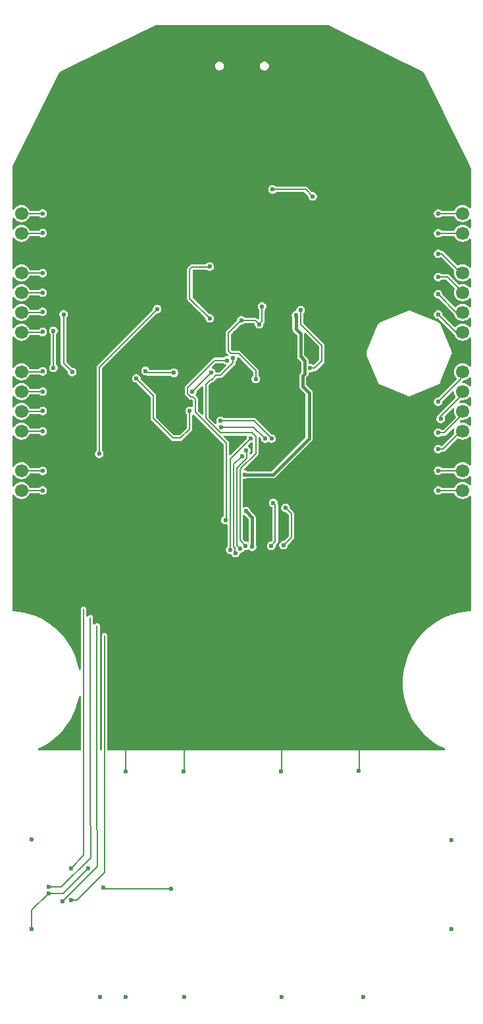
<source format=gbr>
%TF.GenerationSoftware,KiCad,Pcbnew,9.0.6*%
%TF.CreationDate,2026-01-10T23:27:57+00:00*%
%TF.ProjectId,P.P.B.T,502e502e-422e-4542-9e6b-696361645f70,rev?*%
%TF.SameCoordinates,Original*%
%TF.FileFunction,Copper,L2,Bot*%
%TF.FilePolarity,Positive*%
%FSLAX46Y46*%
G04 Gerber Fmt 4.6, Leading zero omitted, Abs format (unit mm)*
G04 Created by KiCad (PCBNEW 9.0.6) date 2026-01-10 23:27:57*
%MOMM*%
%LPD*%
G01*
G04 APERTURE LIST*
%TA.AperFunction,Conductor*%
%ADD10C,0.200000*%
%TD*%
%TA.AperFunction,ComponentPad*%
%ADD11C,1.700000*%
%TD*%
%TA.AperFunction,HeatsinkPad*%
%ADD12O,1.000000X2.100000*%
%TD*%
%TA.AperFunction,HeatsinkPad*%
%ADD13O,1.000000X1.600000*%
%TD*%
%TA.AperFunction,ComponentPad*%
%ADD14C,0.600000*%
%TD*%
%TA.AperFunction,ViaPad*%
%ADD15C,0.600000*%
%TD*%
%TA.AperFunction,Conductor*%
%ADD16C,0.400000*%
%TD*%
G04 APERTURE END LIST*
D10*
%TO.N,/NFC_SDA*%
X141408004Y-123050286D02*
X141432294Y-131410286D01*
%TO.N,+3V3*%
X144132294Y-134660286D02*
X144108004Y-126300286D01*
%TO.N,/NFC_SCL*%
X142283004Y-124425286D02*
X142307294Y-132785286D01*
%TO.N,/NFC_GPO*%
X143133004Y-125075286D02*
X143157294Y-133435286D01*
%TD*%
D11*
%TO.P,J3,1,Pin_1*%
%TO.N,+5V*%
X190158004Y-85622915D03*
%TO.P,J3,2,Pin_2*%
%TO.N,/GPIO20*%
X190158004Y-83082915D03*
%TO.P,J3,3,Pin_3*%
%TO.N,GND*%
X190158004Y-80542915D03*
%TO.P,J3,4,Pin_4*%
%TO.N,/GPIO21*%
X190158004Y-78002915D03*
%TO.P,J3,5,Pin_5*%
%TO.N,+3V3*%
X190158004Y-75462915D03*
%TO.P,J3,6,Pin_6*%
%TO.N,/GPIO22*%
X190158004Y-72922915D03*
%TO.P,J3,7,Pin_7*%
%TO.N,/GPIO23*%
X190158004Y-70382915D03*
%TO.P,J3,8,Pin_8*%
%TO.N,GND*%
X190158004Y-67842915D03*
%TO.P,J3,9,Pin_9*%
%TO.N,/GPIO24*%
X190158004Y-65302915D03*
%TO.P,J3,10,Pin_10*%
%TO.N,/GPIO25*%
X190158004Y-62762915D03*
%TO.P,J3,11,Pin_11*%
%TO.N,/GPIO26*%
X190158004Y-60222915D03*
%TO.P,J3,12,Pin_12*%
%TO.N,/GPIO27*%
X190158004Y-57682915D03*
%TO.P,J3,13,Pin_13*%
%TO.N,GND*%
X190158004Y-55142915D03*
%TO.P,J3,14,Pin_14*%
%TO.N,/GPIO28*%
X190158004Y-52602915D03*
%TO.P,J3,15,Pin_15*%
%TO.N,/GPIO29*%
X190158004Y-50062915D03*
%TD*%
D12*
%TO.P,J1,S1,SHIELD*%
%TO.N,GND*%
X166103004Y-31655286D03*
D13*
X166103004Y-27475286D03*
D12*
X157463004Y-31655286D03*
D13*
X157463004Y-27475286D03*
%TD*%
D11*
%TO.P,J2,1,Pin_1*%
%TO.N,+5V*%
X133408004Y-50065260D03*
%TO.P,J2,2,Pin_2*%
%TO.N,/GPIO1*%
X133408004Y-52605260D03*
%TO.P,J2,3,Pin_3*%
%TO.N,GND*%
X133408004Y-55145260D03*
%TO.P,J2,4,Pin_4*%
%TO.N,/GPIO2*%
X133408004Y-57685260D03*
%TO.P,J2,5,Pin_5*%
%TO.N,+3V3*%
X133408004Y-60225260D03*
%TO.P,J2,6,Pin_6*%
%TO.N,/GPIO3*%
X133408004Y-62765260D03*
%TO.P,J2,7,Pin_7*%
%TO.N,/GPIO4*%
X133408004Y-65305260D03*
%TO.P,J2,8,Pin_8*%
%TO.N,GND*%
X133408004Y-67845260D03*
%TO.P,J2,9,Pin_9*%
%TO.N,/GPIO5*%
X133408004Y-70385260D03*
%TO.P,J2,10,Pin_10*%
%TO.N,/GPIO6*%
X133408004Y-72925260D03*
%TO.P,J2,11,Pin_11*%
%TO.N,/GPIO7*%
X133408004Y-75465260D03*
%TO.P,J2,12,Pin_12*%
%TO.N,/GPIO8*%
X133408004Y-78005260D03*
%TO.P,J2,13,Pin_13*%
%TO.N,GND*%
X133408004Y-80545260D03*
%TO.P,J2,14,Pin_14*%
%TO.N,/GPIO9*%
X133408004Y-83085260D03*
%TO.P,J2,15,Pin_15*%
%TO.N,/GPIO10*%
X133408004Y-85625260D03*
%TD*%
D14*
%TO.P,L1,2,2*%
%TO.N,Net-(U6-AC0)*%
X152679794Y-136775336D03*
%TD*%
D15*
%TO.N,+5V*%
X136133004Y-50075286D03*
X170883004Y-47875286D03*
X169333004Y-62475286D03*
X165733004Y-46975286D03*
X187033004Y-85625286D03*
X170573004Y-69925286D03*
%TO.N,GND*%
X162892006Y-65406290D03*
X144833004Y-72025286D03*
X188757145Y-130485435D03*
X154357294Y-150705336D03*
X133333004Y-47025286D03*
X185333004Y-33025286D03*
X146857294Y-150705336D03*
X146833004Y-87025286D03*
X190333004Y-47025286D03*
X156833004Y-47025286D03*
X151833004Y-72025286D03*
X156833004Y-54525286D03*
X154357294Y-117770000D03*
X160892006Y-67406290D03*
X160833004Y-79025286D03*
X166810448Y-62173894D03*
X134757145Y-141970035D03*
X161376446Y-68907161D03*
X138833004Y-33025286D03*
X160892006Y-65406290D03*
X147767294Y-28535286D03*
X186833004Y-97025286D03*
X176807294Y-121635286D03*
X149333004Y-74525286D03*
X156535004Y-73694282D03*
X163733004Y-48625286D03*
X161892006Y-67406290D03*
X136833004Y-72025286D03*
X176833004Y-47025286D03*
X162892006Y-66406290D03*
X186833004Y-47025286D03*
X161733004Y-35725286D03*
X143833004Y-63025286D03*
X146833004Y-57025286D03*
X155183004Y-67725286D03*
X149333004Y-67025286D03*
X176833004Y-87025286D03*
X168633004Y-67675286D03*
X154433004Y-59450286D03*
X143496545Y-150705336D03*
X163472002Y-35145786D03*
X186833004Y-87025286D03*
X156833004Y-37025286D03*
X176833004Y-77025286D03*
X134757145Y-130444736D03*
X157985004Y-73419282D03*
X162133004Y-72575286D03*
X133333004Y-97025286D03*
X159258004Y-90250286D03*
X141633004Y-65125286D03*
X166833004Y-97025286D03*
X161892006Y-66406290D03*
X166857294Y-150705336D03*
X161892006Y-65406290D03*
X166833004Y-77025286D03*
X146833004Y-47025286D03*
X154333004Y-87025286D03*
X154333004Y-77025286D03*
X162907016Y-72499298D03*
X159710004Y-72944282D03*
X166833004Y-43525286D03*
X154433004Y-57950286D03*
X146857294Y-117385286D03*
X157470425Y-88518781D03*
X169333004Y-54525286D03*
X142007294Y-134135286D03*
X151833004Y-67025286D03*
X136833004Y-97025286D03*
X167433004Y-48625286D03*
X176833004Y-97025286D03*
X146833004Y-37025286D03*
X136833004Y-62025286D03*
X164333004Y-54525286D03*
X136833004Y-47025286D03*
X156183004Y-62975286D03*
X165833004Y-86025286D03*
X176077294Y-28895286D03*
X161959016Y-73718294D03*
X170833004Y-82025286D03*
X166807294Y-121735286D03*
X160892006Y-66406290D03*
X166857294Y-117830000D03*
X168333004Y-86025286D03*
X188757145Y-141965936D03*
X155933004Y-59450286D03*
X177357294Y-150705336D03*
X171113004Y-67715286D03*
X136915876Y-137335069D03*
X167583004Y-63175286D03*
X155933004Y-57950286D03*
X141583004Y-69375286D03*
X186833004Y-37025286D03*
X176833004Y-67025286D03*
X176833004Y-37025286D03*
X169333004Y-77025286D03*
X146833004Y-77025286D03*
X154307294Y-121685286D03*
X176857294Y-117385286D03*
X169333004Y-59525286D03*
X166833004Y-37025286D03*
X146833004Y-69525286D03*
X146833004Y-97025286D03*
X152608739Y-60699551D03*
X136833004Y-67525286D03*
X146857294Y-121705336D03*
X136833004Y-80025286D03*
X136833004Y-37025286D03*
X190333004Y-97025286D03*
%TO.N,+3V3*%
X157633004Y-56875286D03*
X153033004Y-70525286D03*
X139933004Y-70425286D03*
X163110314Y-92845008D03*
X157633004Y-63525286D03*
X162135004Y-83600286D03*
X168733004Y-63125286D03*
X138833004Y-63025286D03*
X139807294Y-138235286D03*
X187033004Y-78225286D03*
X162297427Y-88296290D03*
X136133004Y-60225286D03*
X149383004Y-70275286D03*
%TO.N,+1V1*%
X164374041Y-62008330D03*
X163991006Y-64300501D03*
X161696854Y-63785346D03*
X163564839Y-71316851D03*
%TO.N,/PREVGH*%
X165551454Y-92725077D03*
X165833004Y-87225286D03*
%TO.N,/PREVGL*%
X167127160Y-92668414D03*
X167393004Y-87855286D03*
%TO.N,/RESE*%
X164783004Y-78975286D03*
X159133004Y-77475286D03*
%TO.N,/GDR*%
X165583007Y-78975286D03*
X159027273Y-76682301D03*
%TO.N,/RESET*%
X148183004Y-71225286D03*
X155053004Y-75425286D03*
X137533004Y-69875286D03*
X137533004Y-65125286D03*
%TO.N,/QSPI_SS*%
X143433004Y-80925286D03*
X150883004Y-62325286D03*
%TO.N,/NFC_SDA*%
X139757294Y-134135286D03*
%TO.N,/NFC_SCL*%
X136927294Y-136535148D03*
%TO.N,/NFC_GPO*%
X155411869Y-72954151D03*
X138707294Y-138385286D03*
X157861869Y-70504151D03*
%TO.N,/GPIO10*%
X136133004Y-85625286D03*
%TO.N,/EPD_CS*%
X162341050Y-80463426D03*
X161554506Y-93096206D03*
%TO.N,/GPIO29*%
X187033004Y-50075286D03*
%TO.N,/GPIO28*%
X187033004Y-52602915D03*
%TO.N,/GPIO21*%
X187033004Y-80325286D03*
%TO.N,/EPD_SCK*%
X162256227Y-92712033D03*
X160621557Y-68642310D03*
%TO.N,/GPIO24*%
X187033004Y-63025286D03*
%TO.N,/EPD_DC*%
X160955634Y-93672448D03*
X161783004Y-81225286D03*
%TO.N,/GPIO22*%
X187353004Y-76415286D03*
%TO.N,/GPIO25*%
X187033004Y-60425286D03*
%TO.N,/GPIO20*%
X187033004Y-83075286D03*
%TO.N,/GPIO27*%
X187033004Y-55225286D03*
%TO.N,/GPIO23*%
X187033004Y-74225286D03*
%TO.N,/EPD_RST*%
X160273006Y-93255288D03*
X162949004Y-78925286D03*
%TO.N,/EPD_BUSY*%
X159654789Y-89428501D03*
X159871863Y-68921519D03*
%TO.N,/GPIO26*%
X187033004Y-58225286D03*
%TO.N,Net-(U6-AC0)*%
X143957294Y-136585286D03*
%TO.N,/GPIO3*%
X136133004Y-62675286D03*
%TO.N,/GPIO6*%
X136133004Y-72925286D03*
%TO.N,/GPIO7*%
X136133004Y-75425286D03*
%TO.N,/GPIO4*%
X136133004Y-65275286D03*
%TO.N,/GPIO2*%
X136133004Y-57725286D03*
%TO.N,/GPIO1*%
X136133004Y-52575286D03*
%TO.N,/GPIO9*%
X136133004Y-83125286D03*
%TO.N,/GPIO5*%
X136133004Y-70325286D03*
%TO.N,/GPIO8*%
X136133004Y-78025286D03*
%TD*%
D10*
%TO.N,+5V*%
X170573004Y-69925286D02*
X171123004Y-69925286D01*
X187033004Y-85625286D02*
X187035375Y-85622915D01*
X172083004Y-68965286D02*
X172083004Y-67025286D01*
X172083004Y-67025286D02*
X169333004Y-64275286D01*
X187283004Y-85625286D02*
X187033004Y-85625286D01*
X169333004Y-64275286D02*
X169333004Y-62475286D01*
X171123004Y-69925286D02*
X172083004Y-68965286D01*
X169983004Y-46975286D02*
X165733004Y-46975286D01*
X133525209Y-50065260D02*
X136122978Y-50065260D01*
X187035375Y-85622915D02*
X189945209Y-85622915D01*
X170883004Y-47875286D02*
X169983004Y-46975286D01*
X136122978Y-50065260D02*
X136133004Y-50075286D01*
%TO.N,GND*%
X176857294Y-117385286D02*
X176857294Y-121585286D01*
X154357294Y-121635286D02*
X154307294Y-121685286D01*
X138807511Y-137335069D02*
X142007294Y-134135286D01*
X176857294Y-121585286D02*
X176807294Y-121635286D01*
X154357294Y-117770000D02*
X154357294Y-121635286D01*
X146857294Y-117385286D02*
X146857294Y-121705336D01*
X134757145Y-139493800D02*
X134757145Y-141970035D01*
X166857294Y-117830000D02*
X166857294Y-121685286D01*
X136915876Y-137335069D02*
X138807511Y-137335069D01*
X136915876Y-137335069D02*
X134757145Y-139493800D01*
X166857294Y-121685286D02*
X166807294Y-121735286D01*
%TO.N,+3V3*%
X144132294Y-134660286D02*
X140557294Y-138235286D01*
D16*
X170423004Y-78985286D02*
X165783004Y-83625286D01*
D10*
X157633004Y-56875286D02*
X157553004Y-56955286D01*
X138833004Y-69325286D02*
X138833004Y-63025286D01*
X149633004Y-70525286D02*
X149383004Y-70275286D01*
D16*
X162160004Y-83625286D02*
X162135004Y-83600286D01*
X169593004Y-70945286D02*
X169593004Y-72255286D01*
D10*
X189945209Y-76113081D02*
X189945209Y-75462915D01*
D16*
X169873004Y-70665286D02*
X169593004Y-70945286D01*
X169873004Y-68925286D02*
X169873004Y-70665286D01*
D10*
X155073004Y-57225286D02*
X155073004Y-60965286D01*
D16*
X165783004Y-83625286D02*
X162160004Y-83625286D01*
D10*
X144108004Y-126300286D02*
X144108004Y-104250286D01*
X187033004Y-78225286D02*
X187833004Y-78225286D01*
X187833004Y-78225286D02*
X189945209Y-76113081D01*
D16*
X162297427Y-88296290D02*
X163110314Y-89109177D01*
D10*
X139933004Y-70425286D02*
X138833004Y-69325286D01*
X136132978Y-60225260D02*
X136133004Y-60225286D01*
X140557294Y-138235286D02*
X139807294Y-138235286D01*
X155073004Y-60965286D02*
X157633004Y-63525286D01*
D16*
X170423004Y-73085286D02*
X170423004Y-78985286D01*
D10*
X153033004Y-70525286D02*
X149633004Y-70525286D01*
D16*
X163110314Y-89109177D02*
X163110314Y-92845008D01*
D10*
X155343004Y-56955286D02*
X155073004Y-57225286D01*
D16*
X168733004Y-63125286D02*
X168733004Y-64875286D01*
X169343004Y-68395286D02*
X169873004Y-68925286D01*
D10*
X133525209Y-60225260D02*
X136132978Y-60225260D01*
D16*
X169343004Y-65485286D02*
X169343004Y-68395286D01*
X169593004Y-72255286D02*
X170423004Y-73085286D01*
X168733004Y-64875286D02*
X169343004Y-65485286D01*
D10*
X157553004Y-56955286D02*
X155343004Y-56955286D01*
%TO.N,+1V1*%
X160058237Y-65390116D02*
X160058237Y-67726926D01*
X161663007Y-63785346D02*
X160058237Y-65390116D01*
X161696854Y-63785346D02*
X163475851Y-63785346D01*
X161360533Y-68041305D02*
X163564839Y-70245611D01*
X161696854Y-63785346D02*
X161663007Y-63785346D01*
X160058237Y-67726926D02*
X160372616Y-68041305D01*
X164374041Y-63917466D02*
X163991006Y-64300501D01*
X163475851Y-63785346D02*
X163991006Y-64300501D01*
X163564839Y-70245611D02*
X163564839Y-71316851D01*
X164374041Y-62008330D02*
X164374041Y-63917466D01*
X160372616Y-68041305D02*
X161360533Y-68041305D01*
%TO.N,/PREVGH*%
X166083004Y-92193527D02*
X165551454Y-92725077D01*
X165833004Y-87225286D02*
X166083004Y-87475286D01*
X166083004Y-87475286D02*
X166083004Y-92193527D01*
%TO.N,/PREVGL*%
X168153004Y-88615286D02*
X168153004Y-91642570D01*
X167393004Y-87855286D02*
X168153004Y-88615286D01*
X168153004Y-91642570D02*
X167127160Y-92668414D01*
%TO.N,/RESE*%
X159133004Y-77475286D02*
X163283004Y-77475286D01*
X163283004Y-77475286D02*
X164783004Y-78975286D01*
%TO.N,/GDR*%
X163339962Y-76682301D02*
X159027273Y-76682301D01*
X165583007Y-78975286D02*
X165583007Y-78925346D01*
X165583007Y-78925346D02*
X163339962Y-76682301D01*
%TO.N,/RESET*%
X152923004Y-78905286D02*
X150373004Y-76355286D01*
X150373004Y-73415286D02*
X148183004Y-71225286D01*
X155053004Y-75425286D02*
X155053004Y-77745286D01*
X155053004Y-77745286D02*
X153893004Y-78905286D01*
X137533004Y-65125286D02*
X137533004Y-69875286D01*
X150373004Y-76355286D02*
X150373004Y-73415286D01*
X153893004Y-78905286D02*
X152923004Y-78905286D01*
%TO.N,/QSPI_SS*%
X150883004Y-62325286D02*
X143433004Y-69775286D01*
X143433004Y-69775286D02*
X143433004Y-80925286D01*
%TO.N,/NFC_SDA*%
X141432294Y-132460286D02*
X139757294Y-134135286D01*
X141432294Y-131410286D02*
X141432294Y-132460286D01*
X141408004Y-100875286D02*
X141408004Y-123050286D01*
%TO.N,/NFC_SCL*%
X136927294Y-136535148D02*
X138557432Y-136535148D01*
X142283004Y-124425286D02*
X142283004Y-101950286D01*
X138557432Y-136535148D02*
X142307294Y-132785286D01*
%TO.N,/NFC_GPO*%
X157861869Y-70504151D02*
X155411869Y-72954151D01*
X143133004Y-125075286D02*
X143133004Y-103000286D01*
X143157294Y-133935286D02*
X138707294Y-138385286D01*
X143157294Y-133435286D02*
X143157294Y-133935286D01*
%TO.N,/GPIO10*%
X133525209Y-85625260D02*
X136132978Y-85625260D01*
X136132978Y-85625260D02*
X136133004Y-85625286D01*
%TO.N,/EPD_CS*%
X162384004Y-81474286D02*
X161134004Y-82724286D01*
X161134004Y-82724286D02*
X161134004Y-92675704D01*
X161134004Y-92675704D02*
X161554506Y-93096206D01*
X162341050Y-80463426D02*
X162384004Y-80506380D01*
X162384004Y-80506380D02*
X162384004Y-81474286D01*
%TO.N,/GPIO29*%
X187045375Y-50062915D02*
X189945209Y-50062915D01*
X187033004Y-50075286D02*
X187045375Y-50062915D01*
%TO.N,/GPIO28*%
X187033004Y-52602915D02*
X189945209Y-52602915D01*
%TO.N,/GPIO21*%
X187622838Y-80325286D02*
X189945209Y-78002915D01*
X187033004Y-80325286D02*
X187622838Y-80325286D01*
%TO.N,/EPD_SCK*%
X159000104Y-78225286D02*
X163098947Y-78225286D01*
X157903004Y-71405286D02*
X157713004Y-71405286D01*
X161535004Y-91990810D02*
X162256227Y-92712033D01*
X157133004Y-74875286D02*
X157133004Y-76358186D01*
X159021943Y-70855286D02*
X158453004Y-70855286D01*
X157133004Y-76358186D02*
X159000104Y-78225286D01*
X163098947Y-78225286D02*
X163550004Y-78676343D01*
X160621559Y-69255670D02*
X159021943Y-70855286D01*
X163550004Y-80875386D02*
X161535004Y-82890386D01*
X157713004Y-71405286D02*
X157136004Y-71982286D01*
X163550004Y-78676343D02*
X163550004Y-80875386D01*
X160621559Y-68642312D02*
X160621559Y-69255670D01*
X157136004Y-71982286D02*
X157136004Y-74872286D01*
X158453004Y-70855286D02*
X157903004Y-71405286D01*
X161535004Y-82890386D02*
X161535004Y-91990810D01*
X160621557Y-68642310D02*
X160621559Y-68642312D01*
X157136004Y-74872286D02*
X157133004Y-74875286D01*
%TO.N,/GPIO24*%
X189433004Y-65425286D02*
X189822838Y-65425286D01*
X189822838Y-65425286D02*
X189945209Y-65302915D01*
X187033004Y-63025286D02*
X189433004Y-65425286D01*
%TO.N,/EPD_DC*%
X160733004Y-82275286D02*
X160733004Y-92865343D01*
X160874006Y-93504231D02*
X160830712Y-93547526D01*
X161783004Y-81225286D02*
X160733004Y-82275286D01*
X160733004Y-92865343D02*
X160874006Y-93006345D01*
X160874006Y-93006345D02*
X160874006Y-93504231D01*
X160830712Y-93547526D02*
X160955634Y-93672448D01*
%TO.N,/GPIO22*%
X187353004Y-76105286D02*
X190158004Y-73300286D01*
X187353004Y-76415286D02*
X187353004Y-76105286D01*
X190158004Y-73300286D02*
X190158004Y-72922915D01*
%TO.N,/GPIO25*%
X189370633Y-62762915D02*
X190158004Y-62762915D01*
X187033004Y-60425286D02*
X189370633Y-62762915D01*
X190158004Y-62762915D02*
X189945209Y-62762915D01*
%TO.N,/GPIO20*%
X187233004Y-83075286D02*
X187033004Y-83075286D01*
X187040633Y-83082915D02*
X189945209Y-83082915D01*
X187033004Y-83075286D02*
X187040633Y-83082915D01*
%TO.N,/GPIO27*%
X187033004Y-55225286D02*
X187487580Y-55225286D01*
X187487580Y-55225286D02*
X189945209Y-57682915D01*
%TO.N,/GPIO23*%
X186887761Y-74370529D02*
X187033004Y-74225286D01*
X189945209Y-71313081D02*
X189945209Y-70382915D01*
X187033004Y-74225286D02*
X189945209Y-71313081D01*
%TO.N,/EPD_RST*%
X162949004Y-78925286D02*
X160273006Y-81601284D01*
X160273006Y-81601284D02*
X160273006Y-93255288D01*
%TO.N,/EPD_BUSY*%
X159654789Y-89428501D02*
X159773004Y-89310286D01*
X154783004Y-72425286D02*
X158286771Y-68921519D01*
X155203061Y-73595286D02*
X155493004Y-73595286D01*
X158286771Y-68921519D02*
X159871863Y-68921519D01*
X159773004Y-79565286D02*
X155803004Y-75595286D01*
X155493004Y-73595286D02*
X155803004Y-73905286D01*
X154783004Y-73175229D02*
X155203061Y-73595286D01*
X159773004Y-89310286D02*
X159773004Y-79565286D01*
X155803004Y-73905286D02*
X155803004Y-75595286D01*
X154783004Y-72425286D02*
X154783004Y-73175229D01*
%TO.N,/GPIO26*%
X188233004Y-58225286D02*
X189945209Y-59937491D01*
X187033004Y-58225286D02*
X188233004Y-58225286D01*
X189945209Y-59937491D02*
X189945209Y-60222915D01*
%TO.N,Net-(U6-AC0)*%
X143957294Y-136585286D02*
X144147344Y-136775336D01*
X144147344Y-136775336D02*
X152679794Y-136775336D01*
%TO.N,/GPIO3*%
X133525209Y-62765260D02*
X136043030Y-62765260D01*
X136043030Y-62765260D02*
X136133004Y-62675286D01*
%TO.N,/GPIO6*%
X136132978Y-72925260D02*
X136133004Y-72925286D01*
X133525209Y-72925260D02*
X136132978Y-72925260D01*
%TO.N,/GPIO7*%
X136093030Y-75465260D02*
X136133004Y-75425286D01*
X133525209Y-75465260D02*
X136093030Y-75465260D01*
%TO.N,/GPIO4*%
X136103030Y-65305260D02*
X136133004Y-65275286D01*
X133525209Y-65305260D02*
X136103030Y-65305260D01*
%TO.N,/GPIO2*%
X133525209Y-57685260D02*
X136092978Y-57685260D01*
X136092978Y-57685260D02*
X136133004Y-57725286D01*
%TO.N,/GPIO1*%
X133525209Y-52605260D02*
X136103030Y-52605260D01*
X136103030Y-52605260D02*
X136133004Y-52575286D01*
%TO.N,/GPIO9*%
X136092978Y-83085260D02*
X136133004Y-83125286D01*
X133525209Y-83085260D02*
X136092978Y-83085260D01*
%TO.N,/GPIO5*%
X136073030Y-70385260D02*
X136133004Y-70325286D01*
X133525209Y-70385260D02*
X136073030Y-70385260D01*
%TO.N,/GPIO8*%
X136112978Y-78005260D02*
X136133004Y-78025286D01*
X133525209Y-78005260D02*
X136112978Y-78005260D01*
%TD*%
%TA.AperFunction,Conductor*%
%TO.N,GND*%
G36*
X162329159Y-78581079D02*
G01*
X162347948Y-78581377D01*
X162361991Y-78590719D01*
X162378172Y-78595471D01*
X162390475Y-78609669D01*
X162406120Y-78620078D01*
X162412882Y-78635529D01*
X162423927Y-78648275D01*
X162426600Y-78666871D01*
X162434135Y-78684085D01*
X162433632Y-78715777D01*
X162433871Y-78717433D01*
X162433584Y-78718829D01*
X162433576Y-78719375D01*
X162432564Y-78725696D01*
X162398504Y-78852811D01*
X162398504Y-78938598D01*
X162396947Y-78948331D01*
X162366919Y-79011419D01*
X162362185Y-79016423D01*
X160335185Y-81043423D01*
X160273862Y-81076908D01*
X160204170Y-81071924D01*
X160148237Y-81030052D01*
X160123820Y-80964588D01*
X160123504Y-80955742D01*
X160123504Y-79519144D01*
X160123504Y-79519142D01*
X160099618Y-79429998D01*
X160091418Y-79415795D01*
X160053474Y-79350074D01*
X159490867Y-78787467D01*
X159457382Y-78726144D01*
X159462366Y-78656452D01*
X159504238Y-78600519D01*
X159569702Y-78576102D01*
X159578548Y-78575786D01*
X162311133Y-78575786D01*
X162329159Y-78581079D01*
G37*
%TD.AperFunction*%
%TA.AperFunction,Conductor*%
G36*
X156704838Y-72259378D02*
G01*
X156760771Y-72301250D01*
X156785188Y-72366714D01*
X156785504Y-72375560D01*
X156785504Y-74801620D01*
X156782952Y-74821002D01*
X156783565Y-74821083D01*
X156782504Y-74829143D01*
X156782504Y-75779742D01*
X156762819Y-75846781D01*
X156710015Y-75892536D01*
X156640857Y-75902480D01*
X156577301Y-75873455D01*
X156570823Y-75867423D01*
X156189823Y-75486423D01*
X156156338Y-75425100D01*
X156153504Y-75398742D01*
X156153504Y-73859144D01*
X156153504Y-73859142D01*
X156129618Y-73769998D01*
X156125190Y-73762329D01*
X156083474Y-73690074D01*
X155856653Y-73463253D01*
X155823168Y-73401930D01*
X155828152Y-73332238D01*
X155848992Y-73299810D01*
X155847431Y-73298612D01*
X155852373Y-73292170D01*
X155852378Y-73292166D01*
X155924853Y-73166636D01*
X155962369Y-73026626D01*
X155962369Y-72950695D01*
X155982054Y-72883656D01*
X155998688Y-72863014D01*
X156573823Y-72287879D01*
X156635146Y-72254394D01*
X156704838Y-72259378D01*
G37*
%TD.AperFunction*%
%TA.AperFunction,Conductor*%
G36*
X169998707Y-65437116D02*
G01*
X170005185Y-65443148D01*
X171696185Y-67134148D01*
X171729670Y-67195471D01*
X171732504Y-67221829D01*
X171732504Y-68768742D01*
X171712819Y-68835781D01*
X171696185Y-68856423D01*
X171076641Y-69475966D01*
X171015318Y-69509451D01*
X170945626Y-69504467D01*
X170913472Y-69486659D01*
X170911020Y-69484777D01*
X170785492Y-69412303D01*
X170785493Y-69412303D01*
X170774010Y-69409226D01*
X170645479Y-69374786D01*
X170500529Y-69374786D01*
X170479596Y-69380394D01*
X170409747Y-69378732D01*
X170351885Y-69339569D01*
X170324381Y-69275341D01*
X170323504Y-69260620D01*
X170323504Y-68865979D01*
X170323504Y-68865977D01*
X170296965Y-68766932D01*
X170296965Y-68766931D01*
X170296965Y-68766930D01*
X170292803Y-68751399D01*
X170233493Y-68648672D01*
X169829823Y-68245002D01*
X169796338Y-68183679D01*
X169793504Y-68157321D01*
X169793504Y-65530829D01*
X169813189Y-65463790D01*
X169865993Y-65418035D01*
X169935151Y-65408091D01*
X169998707Y-65437116D01*
G37*
%TD.AperFunction*%
%TA.AperFunction,Conductor*%
G36*
X172833300Y-25843424D02*
G01*
X172888057Y-25856171D01*
X180462165Y-29584483D01*
X185136314Y-31885307D01*
X185187768Y-31932575D01*
X185192803Y-31941796D01*
X190396562Y-42513289D01*
X191082238Y-43906249D01*
X191221936Y-44190046D01*
X191234684Y-44244809D01*
X191234684Y-49290923D01*
X191214999Y-49357962D01*
X191162195Y-49403717D01*
X191093037Y-49413661D01*
X191029481Y-49384636D01*
X191010366Y-49363809D01*
X191006118Y-49357962D01*
X190997418Y-49345987D01*
X190874932Y-49223501D01*
X190734792Y-49121683D01*
X190580449Y-49043042D01*
X190415705Y-48989513D01*
X190415703Y-48989512D01*
X190415702Y-48989512D01*
X190284275Y-48968696D01*
X190244615Y-48962415D01*
X190071393Y-48962415D01*
X190031732Y-48968696D01*
X189900306Y-48989512D01*
X189735556Y-49043043D01*
X189581215Y-49121683D01*
X189501260Y-49179774D01*
X189441076Y-49223501D01*
X189441074Y-49223503D01*
X189441073Y-49223503D01*
X189318592Y-49345984D01*
X189318592Y-49345985D01*
X189318590Y-49345987D01*
X189309890Y-49357962D01*
X189216772Y-49486126D01*
X189135970Y-49644710D01*
X189087995Y-49695506D01*
X189025485Y-49712415D01*
X187500019Y-49712415D01*
X187432980Y-49692730D01*
X187412338Y-49676096D01*
X187371021Y-49634779D01*
X187371015Y-49634774D01*
X187245492Y-49562303D01*
X187245493Y-49562303D01*
X187234010Y-49559226D01*
X187105479Y-49524786D01*
X186960529Y-49524786D01*
X186831997Y-49559226D01*
X186820515Y-49562303D01*
X186694992Y-49634774D01*
X186694986Y-49634779D01*
X186592497Y-49737268D01*
X186592492Y-49737274D01*
X186520021Y-49862797D01*
X186520020Y-49862801D01*
X186482504Y-50002811D01*
X186482504Y-50147761D01*
X186520020Y-50287771D01*
X186520021Y-50287774D01*
X186592492Y-50413297D01*
X186592494Y-50413299D01*
X186592495Y-50413301D01*
X186694989Y-50515795D01*
X186694990Y-50515796D01*
X186694992Y-50515797D01*
X186820515Y-50588268D01*
X186820516Y-50588268D01*
X186820519Y-50588270D01*
X186960529Y-50625786D01*
X186960532Y-50625786D01*
X187105476Y-50625786D01*
X187105479Y-50625786D01*
X187245489Y-50588270D01*
X187371019Y-50515795D01*
X187437080Y-50449734D01*
X187498403Y-50416249D01*
X187524761Y-50413415D01*
X189025485Y-50413415D01*
X189092524Y-50433100D01*
X189135970Y-50481120D01*
X189202040Y-50610789D01*
X189216772Y-50639703D01*
X189318590Y-50779843D01*
X189441076Y-50902329D01*
X189581216Y-51004147D01*
X189735559Y-51082788D01*
X189900303Y-51136317D01*
X190071393Y-51163415D01*
X190071394Y-51163415D01*
X190244614Y-51163415D01*
X190244615Y-51163415D01*
X190415705Y-51136317D01*
X190580449Y-51082788D01*
X190734792Y-51004147D01*
X190874932Y-50902329D01*
X190997418Y-50779843D01*
X191010366Y-50762020D01*
X191065694Y-50719355D01*
X191135307Y-50713375D01*
X191197103Y-50745980D01*
X191231461Y-50806819D01*
X191234684Y-50834906D01*
X191234684Y-51830923D01*
X191214999Y-51897962D01*
X191162195Y-51943717D01*
X191093037Y-51953661D01*
X191029481Y-51924636D01*
X191010366Y-51903809D01*
X191006118Y-51897962D01*
X190997418Y-51885987D01*
X190874932Y-51763501D01*
X190734792Y-51661683D01*
X190580449Y-51583042D01*
X190415705Y-51529513D01*
X190415703Y-51529512D01*
X190415702Y-51529512D01*
X190284275Y-51508696D01*
X190244615Y-51502415D01*
X190071393Y-51502415D01*
X190031732Y-51508696D01*
X189900306Y-51529512D01*
X189735556Y-51583043D01*
X189581215Y-51661683D01*
X189501260Y-51719774D01*
X189441076Y-51763501D01*
X189441074Y-51763503D01*
X189441073Y-51763503D01*
X189318592Y-51885984D01*
X189318592Y-51885985D01*
X189318590Y-51885987D01*
X189309890Y-51897962D01*
X189216772Y-52026126D01*
X189135970Y-52184710D01*
X189087995Y-52235506D01*
X189025485Y-52252415D01*
X187512390Y-52252415D01*
X187445351Y-52232730D01*
X187424709Y-52216096D01*
X187371021Y-52162408D01*
X187371015Y-52162403D01*
X187245492Y-52089932D01*
X187245493Y-52089932D01*
X187234010Y-52086855D01*
X187105479Y-52052415D01*
X186960529Y-52052415D01*
X186831997Y-52086855D01*
X186820515Y-52089932D01*
X186694992Y-52162403D01*
X186694986Y-52162408D01*
X186592497Y-52264897D01*
X186592492Y-52264903D01*
X186520021Y-52390426D01*
X186520020Y-52390430D01*
X186482504Y-52530440D01*
X186482504Y-52675390D01*
X186512617Y-52787771D01*
X186520021Y-52815403D01*
X186592492Y-52940926D01*
X186592494Y-52940928D01*
X186592495Y-52940930D01*
X186694989Y-53043424D01*
X186694990Y-53043425D01*
X186694992Y-53043426D01*
X186820515Y-53115897D01*
X186820516Y-53115897D01*
X186820519Y-53115899D01*
X186960529Y-53153415D01*
X186960532Y-53153415D01*
X187105476Y-53153415D01*
X187105479Y-53153415D01*
X187245489Y-53115899D01*
X187371019Y-53043424D01*
X187424709Y-52989734D01*
X187486032Y-52956249D01*
X187512390Y-52953415D01*
X189025485Y-52953415D01*
X189092524Y-52973100D01*
X189135970Y-53021120D01*
X189202043Y-53150795D01*
X189216772Y-53179703D01*
X189318590Y-53319843D01*
X189441076Y-53442329D01*
X189581216Y-53544147D01*
X189735559Y-53622788D01*
X189900303Y-53676317D01*
X190071393Y-53703415D01*
X190071394Y-53703415D01*
X190244614Y-53703415D01*
X190244615Y-53703415D01*
X190415705Y-53676317D01*
X190580449Y-53622788D01*
X190734792Y-53544147D01*
X190874932Y-53442329D01*
X190997418Y-53319843D01*
X191010366Y-53302020D01*
X191065694Y-53259355D01*
X191135307Y-53253375D01*
X191197103Y-53285980D01*
X191231461Y-53346819D01*
X191234684Y-53374906D01*
X191234684Y-56910923D01*
X191214999Y-56977962D01*
X191162195Y-57023717D01*
X191093037Y-57033661D01*
X191029481Y-57004636D01*
X191010366Y-56983809D01*
X191006118Y-56977962D01*
X190997418Y-56965987D01*
X190874932Y-56843501D01*
X190734792Y-56741683D01*
X190580449Y-56663042D01*
X190415705Y-56609513D01*
X190415703Y-56609512D01*
X190415702Y-56609512D01*
X190284275Y-56588696D01*
X190244615Y-56582415D01*
X190071393Y-56582415D01*
X190031732Y-56588696D01*
X189900306Y-56609512D01*
X189735556Y-56663043D01*
X189659327Y-56701883D01*
X189607457Y-56728312D01*
X189538790Y-56741208D01*
X189474049Y-56714932D01*
X189463483Y-56705508D01*
X187702793Y-54944817D01*
X187702788Y-54944813D01*
X187622870Y-54898673D01*
X187622869Y-54898672D01*
X187622868Y-54898672D01*
X187533724Y-54874786D01*
X187533723Y-54874786D01*
X187512390Y-54874786D01*
X187445351Y-54855101D01*
X187424709Y-54838467D01*
X187371021Y-54784779D01*
X187371015Y-54784774D01*
X187245492Y-54712303D01*
X187245493Y-54712303D01*
X187234010Y-54709226D01*
X187105479Y-54674786D01*
X186960529Y-54674786D01*
X186831997Y-54709226D01*
X186820515Y-54712303D01*
X186694992Y-54784774D01*
X186694986Y-54784779D01*
X186592497Y-54887268D01*
X186592492Y-54887274D01*
X186520021Y-55012797D01*
X186520020Y-55012801D01*
X186482504Y-55152811D01*
X186482504Y-55297761D01*
X186520020Y-55437771D01*
X186520021Y-55437774D01*
X186592492Y-55563297D01*
X186592494Y-55563299D01*
X186592495Y-55563301D01*
X186694989Y-55665795D01*
X186694990Y-55665796D01*
X186694992Y-55665797D01*
X186820515Y-55738268D01*
X186820516Y-55738268D01*
X186820519Y-55738270D01*
X186960529Y-55775786D01*
X186960532Y-55775786D01*
X187105476Y-55775786D01*
X187105479Y-55775786D01*
X187245489Y-55738270D01*
X187327538Y-55690898D01*
X187395436Y-55674426D01*
X187461463Y-55697278D01*
X187477218Y-55710605D01*
X189057166Y-57290553D01*
X189090651Y-57351876D01*
X189087416Y-57416551D01*
X189084602Y-57425210D01*
X189057504Y-57596304D01*
X189057504Y-57769526D01*
X189059919Y-57784774D01*
X189077958Y-57898672D01*
X189084602Y-57940616D01*
X189138131Y-58105360D01*
X189216772Y-58259703D01*
X189318590Y-58399843D01*
X189441076Y-58522329D01*
X189581216Y-58624147D01*
X189735559Y-58702788D01*
X189900303Y-58756317D01*
X190071393Y-58783415D01*
X190071394Y-58783415D01*
X190244614Y-58783415D01*
X190244615Y-58783415D01*
X190415705Y-58756317D01*
X190580449Y-58702788D01*
X190734792Y-58624147D01*
X190874932Y-58522329D01*
X190997418Y-58399843D01*
X191010366Y-58382020D01*
X191065694Y-58339355D01*
X191135307Y-58333375D01*
X191197103Y-58365980D01*
X191231461Y-58426819D01*
X191234684Y-58454906D01*
X191234684Y-59450923D01*
X191214999Y-59517962D01*
X191162195Y-59563717D01*
X191093037Y-59573661D01*
X191029481Y-59544636D01*
X191010366Y-59523809D01*
X191006118Y-59517962D01*
X190997418Y-59505987D01*
X190874932Y-59383501D01*
X190734792Y-59281683D01*
X190580449Y-59203042D01*
X190415705Y-59149513D01*
X190415703Y-59149512D01*
X190415702Y-59149512D01*
X190284275Y-59128696D01*
X190244615Y-59122415D01*
X190071393Y-59122415D01*
X190048963Y-59125967D01*
X189900309Y-59149511D01*
X189785848Y-59186701D01*
X189716006Y-59188695D01*
X189659850Y-59156450D01*
X188448217Y-57944817D01*
X188448212Y-57944813D01*
X188368294Y-57898673D01*
X188368290Y-57898671D01*
X188366254Y-57898126D01*
X188366254Y-57898125D01*
X188298659Y-57880014D01*
X188279148Y-57874786D01*
X188279147Y-57874786D01*
X187512390Y-57874786D01*
X187445351Y-57855101D01*
X187424709Y-57838467D01*
X187371021Y-57784779D01*
X187371015Y-57784774D01*
X187245492Y-57712303D01*
X187245493Y-57712303D01*
X187234010Y-57709226D01*
X187105479Y-57674786D01*
X186960529Y-57674786D01*
X186831997Y-57709226D01*
X186820515Y-57712303D01*
X186694992Y-57784774D01*
X186694986Y-57784779D01*
X186592497Y-57887268D01*
X186592492Y-57887274D01*
X186520021Y-58012797D01*
X186520020Y-58012801D01*
X186482504Y-58152811D01*
X186482504Y-58297761D01*
X186520020Y-58437771D01*
X186520021Y-58437774D01*
X186592492Y-58563297D01*
X186592494Y-58563299D01*
X186592495Y-58563301D01*
X186694989Y-58665795D01*
X186694990Y-58665796D01*
X186694992Y-58665797D01*
X186820515Y-58738268D01*
X186820516Y-58738268D01*
X186820519Y-58738270D01*
X186960529Y-58775786D01*
X186960532Y-58775786D01*
X187105476Y-58775786D01*
X187105479Y-58775786D01*
X187245489Y-58738270D01*
X187371019Y-58665795D01*
X187424709Y-58612105D01*
X187486032Y-58578620D01*
X187512390Y-58575786D01*
X188036460Y-58575786D01*
X188103499Y-58595471D01*
X188124141Y-58612105D01*
X189133285Y-59621249D01*
X189166770Y-59682572D01*
X189161786Y-59752264D01*
X189156089Y-59765224D01*
X189138134Y-59800461D01*
X189138130Y-59800472D01*
X189084601Y-59965217D01*
X189057504Y-60136304D01*
X189057504Y-60309526D01*
X189064360Y-60352811D01*
X189080560Y-60455100D01*
X189084602Y-60480616D01*
X189138131Y-60645360D01*
X189216772Y-60799703D01*
X189318590Y-60939843D01*
X189441076Y-61062329D01*
X189581216Y-61164147D01*
X189735559Y-61242788D01*
X189900303Y-61296317D01*
X190071393Y-61323415D01*
X190071394Y-61323415D01*
X190244614Y-61323415D01*
X190244615Y-61323415D01*
X190415705Y-61296317D01*
X190580449Y-61242788D01*
X190734792Y-61164147D01*
X190874932Y-61062329D01*
X190997418Y-60939843D01*
X191010366Y-60922020D01*
X191065694Y-60879355D01*
X191135307Y-60873375D01*
X191197103Y-60905980D01*
X191231461Y-60966819D01*
X191234684Y-60994906D01*
X191234684Y-61990923D01*
X191214999Y-62057962D01*
X191162195Y-62103717D01*
X191093037Y-62113661D01*
X191029481Y-62084636D01*
X191010366Y-62063809D01*
X191006118Y-62057962D01*
X190997418Y-62045987D01*
X190874932Y-61923501D01*
X190734792Y-61821683D01*
X190580449Y-61743042D01*
X190415705Y-61689513D01*
X190415703Y-61689512D01*
X190415702Y-61689512D01*
X190284275Y-61668696D01*
X190244615Y-61662415D01*
X190071393Y-61662415D01*
X190031732Y-61668696D01*
X189900306Y-61689512D01*
X189735556Y-61743043D01*
X189581215Y-61821683D01*
X189441077Y-61923500D01*
X189321669Y-62042908D01*
X189260346Y-62076392D01*
X189190654Y-62071408D01*
X189146307Y-62042907D01*
X187619823Y-60516423D01*
X187586338Y-60455100D01*
X187583504Y-60428742D01*
X187583504Y-60352813D01*
X187583504Y-60352811D01*
X187545988Y-60212801D01*
X187501822Y-60136304D01*
X187473515Y-60087274D01*
X187473510Y-60087268D01*
X187371021Y-59984779D01*
X187371015Y-59984774D01*
X187245492Y-59912303D01*
X187245493Y-59912303D01*
X187234010Y-59909226D01*
X187105479Y-59874786D01*
X186960529Y-59874786D01*
X186831997Y-59909226D01*
X186820515Y-59912303D01*
X186694992Y-59984774D01*
X186694986Y-59984779D01*
X186592497Y-60087268D01*
X186592492Y-60087274D01*
X186520021Y-60212797D01*
X186520020Y-60212801D01*
X186482504Y-60352811D01*
X186482504Y-60497761D01*
X186503404Y-60575760D01*
X186520021Y-60637774D01*
X186592492Y-60763297D01*
X186592494Y-60763299D01*
X186592495Y-60763301D01*
X186694989Y-60865795D01*
X186694990Y-60865796D01*
X186694992Y-60865797D01*
X186820515Y-60938268D01*
X186820516Y-60938268D01*
X186820519Y-60938270D01*
X186960529Y-60975786D01*
X187036460Y-60975786D01*
X187103499Y-60995471D01*
X187124141Y-61012105D01*
X189047069Y-62935033D01*
X189080554Y-62996356D01*
X189081861Y-63003312D01*
X189084602Y-63020616D01*
X189137515Y-63183465D01*
X189138132Y-63185362D01*
X189164837Y-63237774D01*
X189216772Y-63339703D01*
X189318590Y-63479843D01*
X189441076Y-63602329D01*
X189581216Y-63704147D01*
X189735559Y-63782788D01*
X189900303Y-63836317D01*
X190071393Y-63863415D01*
X190071394Y-63863415D01*
X190244614Y-63863415D01*
X190244615Y-63863415D01*
X190415705Y-63836317D01*
X190580449Y-63782788D01*
X190734792Y-63704147D01*
X190874932Y-63602329D01*
X190997418Y-63479843D01*
X191010366Y-63462020D01*
X191065694Y-63419355D01*
X191135307Y-63413375D01*
X191197103Y-63445980D01*
X191231461Y-63506819D01*
X191234684Y-63534906D01*
X191234684Y-64530923D01*
X191214999Y-64597962D01*
X191162195Y-64643717D01*
X191093037Y-64653661D01*
X191029481Y-64624636D01*
X191010366Y-64603809D01*
X190997418Y-64585987D01*
X190874932Y-64463501D01*
X190734792Y-64361683D01*
X190580449Y-64283042D01*
X190415705Y-64229513D01*
X190415703Y-64229512D01*
X190415702Y-64229512D01*
X190284275Y-64208696D01*
X190244615Y-64202415D01*
X190071393Y-64202415D01*
X190031732Y-64208696D01*
X189900306Y-64229512D01*
X189900303Y-64229513D01*
X189773584Y-64270687D01*
X189735556Y-64283043D01*
X189581215Y-64361683D01*
X189501260Y-64419774D01*
X189441076Y-64463501D01*
X189441074Y-64463503D01*
X189441073Y-64463503D01*
X189318589Y-64585987D01*
X189307476Y-64601284D01*
X189252145Y-64643949D01*
X189182532Y-64649927D01*
X189120737Y-64617320D01*
X189119478Y-64616078D01*
X187619823Y-63116423D01*
X187586338Y-63055100D01*
X187583504Y-63028742D01*
X187583504Y-62952813D01*
X187583504Y-62952811D01*
X187545988Y-62812801D01*
X187531248Y-62787271D01*
X187473515Y-62687274D01*
X187473510Y-62687268D01*
X187371021Y-62584779D01*
X187371015Y-62584774D01*
X187245492Y-62512303D01*
X187245493Y-62512303D01*
X187227788Y-62507559D01*
X187105479Y-62474786D01*
X186960529Y-62474786D01*
X186838220Y-62507559D01*
X186820515Y-62512303D01*
X186694992Y-62584774D01*
X186694986Y-62584779D01*
X186592497Y-62687268D01*
X186592492Y-62687274D01*
X186520021Y-62812797D01*
X186520020Y-62812801D01*
X186482504Y-62952811D01*
X186482504Y-63097761D01*
X186516809Y-63225786D01*
X186520021Y-63237774D01*
X186592492Y-63363297D01*
X186592494Y-63363299D01*
X186592495Y-63363301D01*
X186694989Y-63465795D01*
X186694990Y-63465796D01*
X186694992Y-63465797D01*
X186820515Y-63538268D01*
X186820516Y-63538268D01*
X186820519Y-63538270D01*
X186960529Y-63575786D01*
X187036460Y-63575786D01*
X187055888Y-63581490D01*
X187076122Y-63582300D01*
X187091813Y-63592039D01*
X187103499Y-63595471D01*
X187110664Y-63603740D01*
X187124141Y-63612105D01*
X189069302Y-65557266D01*
X189099552Y-65606628D01*
X189138132Y-65725364D01*
X189216772Y-65879703D01*
X189318590Y-66019843D01*
X189441076Y-66142329D01*
X189581216Y-66244147D01*
X189735559Y-66322788D01*
X189900303Y-66376317D01*
X190071393Y-66403415D01*
X190071394Y-66403415D01*
X190244614Y-66403415D01*
X190244615Y-66403415D01*
X190415705Y-66376317D01*
X190580449Y-66322788D01*
X190734792Y-66244147D01*
X190874932Y-66142329D01*
X190997418Y-66019843D01*
X191010366Y-66002020D01*
X191065694Y-65959355D01*
X191135307Y-65953375D01*
X191197103Y-65985980D01*
X191231461Y-66046819D01*
X191234684Y-66074906D01*
X191234684Y-69610923D01*
X191214999Y-69677962D01*
X191162195Y-69723717D01*
X191093037Y-69733661D01*
X191029481Y-69704636D01*
X191010366Y-69683809D01*
X191006118Y-69677962D01*
X190997418Y-69665987D01*
X190874932Y-69543501D01*
X190734792Y-69441683D01*
X190635230Y-69390954D01*
X190580451Y-69363043D01*
X190580450Y-69363042D01*
X190580449Y-69363042D01*
X190415705Y-69309513D01*
X190415703Y-69309512D01*
X190415702Y-69309512D01*
X190274744Y-69287187D01*
X190244615Y-69282415D01*
X190071393Y-69282415D01*
X190041264Y-69287187D01*
X189900306Y-69309512D01*
X189735556Y-69363043D01*
X189581215Y-69441683D01*
X189521902Y-69484777D01*
X189441076Y-69543501D01*
X189441074Y-69543503D01*
X189441073Y-69543503D01*
X189318592Y-69665984D01*
X189318592Y-69665985D01*
X189318590Y-69665987D01*
X189309890Y-69677962D01*
X189216772Y-69806126D01*
X189138132Y-69960467D01*
X189084601Y-70125217D01*
X189064392Y-70252813D01*
X189057504Y-70296304D01*
X189057504Y-70469526D01*
X189058713Y-70477157D01*
X189080275Y-70613301D01*
X189084602Y-70640616D01*
X189137515Y-70803465D01*
X189138132Y-70805362D01*
X189140061Y-70809148D01*
X189216772Y-70959703D01*
X189318590Y-71099843D01*
X189318592Y-71099845D01*
X189402996Y-71184249D01*
X189436481Y-71245572D01*
X189431497Y-71315264D01*
X189402996Y-71359611D01*
X187124141Y-73638467D01*
X187062818Y-73671952D01*
X187036460Y-73674786D01*
X186960529Y-73674786D01*
X186831997Y-73709226D01*
X186820515Y-73712303D01*
X186694992Y-73784774D01*
X186694986Y-73784779D01*
X186592497Y-73887268D01*
X186592492Y-73887274D01*
X186520021Y-74012797D01*
X186517176Y-74023415D01*
X186482504Y-74152811D01*
X186482504Y-74297761D01*
X186507718Y-74391858D01*
X186520021Y-74437774D01*
X186591473Y-74561531D01*
X186592495Y-74563301D01*
X186596849Y-74567655D01*
X186607291Y-74585741D01*
X186672549Y-74650999D01*
X186690634Y-74661440D01*
X186694989Y-74665795D01*
X186696756Y-74666815D01*
X186820515Y-74738268D01*
X186820516Y-74738268D01*
X186820519Y-74738270D01*
X186960529Y-74775786D01*
X186960532Y-74775786D01*
X187105476Y-74775786D01*
X187105479Y-74775786D01*
X187245489Y-74738270D01*
X187371019Y-74665795D01*
X187473513Y-74563301D01*
X187545988Y-74437771D01*
X187583504Y-74297761D01*
X187583504Y-74221829D01*
X187603189Y-74154790D01*
X187619818Y-74134153D01*
X188845823Y-72908147D01*
X188907146Y-72874663D01*
X188976838Y-72879647D01*
X189032771Y-72921519D01*
X189057188Y-72986983D01*
X189057504Y-72995829D01*
X189057504Y-73009526D01*
X189060110Y-73025977D01*
X189082387Y-73166636D01*
X189084602Y-73180616D01*
X189138131Y-73345360D01*
X189216772Y-73499703D01*
X189230488Y-73518582D01*
X189258096Y-73556580D01*
X189281576Y-73622386D01*
X189265751Y-73690440D01*
X189245459Y-73717147D01*
X187072535Y-75890072D01*
X187072531Y-75890077D01*
X187042943Y-75941327D01*
X187042895Y-75941410D01*
X187042788Y-75941595D01*
X187019656Y-75967954D01*
X187020734Y-75969032D01*
X186912497Y-76077268D01*
X186912492Y-76077274D01*
X186840021Y-76202797D01*
X186840020Y-76202801D01*
X186802504Y-76342811D01*
X186802504Y-76487761D01*
X186824674Y-76570498D01*
X186840021Y-76627774D01*
X186912492Y-76753297D01*
X186912494Y-76753299D01*
X186912495Y-76753301D01*
X187014989Y-76855795D01*
X187014990Y-76855796D01*
X187014992Y-76855797D01*
X187140515Y-76928268D01*
X187140516Y-76928268D01*
X187140519Y-76928270D01*
X187280529Y-76965786D01*
X187280532Y-76965786D01*
X187425476Y-76965786D01*
X187425479Y-76965786D01*
X187565489Y-76928270D01*
X187691019Y-76855795D01*
X187793513Y-76753301D01*
X187865988Y-76627771D01*
X187903504Y-76487761D01*
X187903504Y-76342811D01*
X187865988Y-76202801D01*
X187865985Y-76202796D01*
X187864066Y-76198161D01*
X187856596Y-76128692D01*
X187887869Y-76066212D01*
X187890917Y-76063053D01*
X188881030Y-75072940D01*
X188942351Y-75039457D01*
X189012043Y-75044441D01*
X189067976Y-75086313D01*
X189092393Y-75151777D01*
X189086642Y-75198935D01*
X189084601Y-75205214D01*
X189084601Y-75205216D01*
X189061225Y-75352811D01*
X189057504Y-75376304D01*
X189057504Y-75549526D01*
X189084602Y-75720616D01*
X189138131Y-75885360D01*
X189216772Y-76039703D01*
X189282384Y-76130010D01*
X189283345Y-76131332D01*
X189306825Y-76197138D01*
X189291000Y-76265192D01*
X189270708Y-76291899D01*
X187724141Y-77838467D01*
X187697213Y-77853170D01*
X187671395Y-77869763D01*
X187665194Y-77870654D01*
X187662818Y-77871952D01*
X187636460Y-77874786D01*
X187512390Y-77874786D01*
X187445351Y-77855101D01*
X187424709Y-77838467D01*
X187371021Y-77784779D01*
X187371015Y-77784774D01*
X187245492Y-77712303D01*
X187245493Y-77712303D01*
X187234010Y-77709226D01*
X187105479Y-77674786D01*
X186960529Y-77674786D01*
X186831997Y-77709226D01*
X186820515Y-77712303D01*
X186694992Y-77784774D01*
X186694986Y-77784779D01*
X186592497Y-77887268D01*
X186592492Y-77887274D01*
X186520021Y-78012797D01*
X186520020Y-78012801D01*
X186482504Y-78152811D01*
X186482504Y-78297761D01*
X186517323Y-78427705D01*
X186520021Y-78437774D01*
X186592492Y-78563297D01*
X186592494Y-78563299D01*
X186592495Y-78563301D01*
X186694989Y-78665795D01*
X186694990Y-78665796D01*
X186694992Y-78665797D01*
X186820515Y-78738268D01*
X186820516Y-78738268D01*
X186820519Y-78738270D01*
X186960529Y-78775786D01*
X186960532Y-78775786D01*
X187105476Y-78775786D01*
X187105479Y-78775786D01*
X187245489Y-78738270D01*
X187371019Y-78665795D01*
X187424709Y-78612105D01*
X187486032Y-78578620D01*
X187512390Y-78575786D01*
X187879146Y-78575786D01*
X187879148Y-78575786D01*
X187968292Y-78551900D01*
X187987076Y-78541055D01*
X188048216Y-78505756D01*
X188866661Y-77687310D01*
X188927981Y-77653827D01*
X188997672Y-77658811D01*
X189053606Y-77700682D01*
X189078023Y-77766147D01*
X189076813Y-77794390D01*
X189071999Y-77824786D01*
X189057504Y-77916304D01*
X189057504Y-78089526D01*
X189058808Y-78097758D01*
X189084602Y-78260619D01*
X189084602Y-78260620D01*
X189087416Y-78269280D01*
X189089409Y-78339121D01*
X189057165Y-78395275D01*
X187557022Y-79895418D01*
X187495699Y-79928903D01*
X187426007Y-79923919D01*
X187381660Y-79895418D01*
X187371021Y-79884779D01*
X187371015Y-79884774D01*
X187245492Y-79812303D01*
X187245493Y-79812303D01*
X187234010Y-79809226D01*
X187105479Y-79774786D01*
X186960529Y-79774786D01*
X186831997Y-79809226D01*
X186820515Y-79812303D01*
X186694992Y-79884774D01*
X186694986Y-79884779D01*
X186592497Y-79987268D01*
X186592492Y-79987274D01*
X186520021Y-80112797D01*
X186520020Y-80112801D01*
X186482504Y-80252811D01*
X186482504Y-80397761D01*
X186518897Y-80533581D01*
X186520021Y-80537774D01*
X186592492Y-80663297D01*
X186592494Y-80663299D01*
X186592495Y-80663301D01*
X186694989Y-80765795D01*
X186694990Y-80765796D01*
X186694992Y-80765797D01*
X186820515Y-80838268D01*
X186820516Y-80838268D01*
X186820519Y-80838270D01*
X186960529Y-80875786D01*
X186960532Y-80875786D01*
X187105476Y-80875786D01*
X187105479Y-80875786D01*
X187245489Y-80838270D01*
X187371019Y-80765795D01*
X187424709Y-80712105D01*
X187486032Y-80678620D01*
X187512390Y-80675786D01*
X187668980Y-80675786D01*
X187668982Y-80675786D01*
X187758126Y-80651900D01*
X187775848Y-80641668D01*
X187838050Y-80605756D01*
X189463485Y-78980319D01*
X189524806Y-78946836D01*
X189594497Y-78951820D01*
X189607453Y-78957515D01*
X189651786Y-78980104D01*
X189735550Y-79022784D01*
X189735551Y-79022785D01*
X189735556Y-79022786D01*
X189735559Y-79022788D01*
X189900303Y-79076317D01*
X190071393Y-79103415D01*
X190071394Y-79103415D01*
X190244614Y-79103415D01*
X190244615Y-79103415D01*
X190415705Y-79076317D01*
X190580449Y-79022788D01*
X190734792Y-78944147D01*
X190874932Y-78842329D01*
X190997418Y-78719843D01*
X191010368Y-78702017D01*
X191065696Y-78659354D01*
X191135309Y-78653375D01*
X191197105Y-78685980D01*
X191231462Y-78746819D01*
X191234685Y-78774905D01*
X191234685Y-82310924D01*
X191215000Y-82377963D01*
X191162196Y-82423718D01*
X191093038Y-82433662D01*
X191029482Y-82404637D01*
X191010368Y-82383811D01*
X190997418Y-82365987D01*
X190874934Y-82243503D01*
X190874932Y-82243501D01*
X190734792Y-82141683D01*
X190580449Y-82063042D01*
X190415705Y-82009513D01*
X190415703Y-82009512D01*
X190415702Y-82009512D01*
X190284275Y-81988696D01*
X190244615Y-81982415D01*
X190071393Y-81982415D01*
X190031732Y-81988696D01*
X189900306Y-82009512D01*
X189735556Y-82063043D01*
X189581215Y-82141683D01*
X189501260Y-82199774D01*
X189441076Y-82243501D01*
X189441074Y-82243503D01*
X189441073Y-82243503D01*
X189318592Y-82365984D01*
X189318592Y-82365985D01*
X189318590Y-82365987D01*
X189309889Y-82377963D01*
X189216772Y-82506126D01*
X189135970Y-82664710D01*
X189087995Y-82715506D01*
X189025485Y-82732415D01*
X187520019Y-82732415D01*
X187452980Y-82712730D01*
X187432338Y-82696096D01*
X187371021Y-82634779D01*
X187371015Y-82634774D01*
X187245492Y-82562303D01*
X187245493Y-82562303D01*
X187227993Y-82557614D01*
X187105479Y-82524786D01*
X186960529Y-82524786D01*
X186838015Y-82557614D01*
X186820515Y-82562303D01*
X186694992Y-82634774D01*
X186694986Y-82634779D01*
X186592497Y-82737268D01*
X186592492Y-82737274D01*
X186520021Y-82862797D01*
X186520020Y-82862801D01*
X186482504Y-83002811D01*
X186482504Y-83147761D01*
X186495901Y-83197758D01*
X186520021Y-83287774D01*
X186592492Y-83413297D01*
X186592494Y-83413299D01*
X186592495Y-83413301D01*
X186694989Y-83515795D01*
X186694990Y-83515796D01*
X186694992Y-83515797D01*
X186820515Y-83588268D01*
X186820516Y-83588268D01*
X186820519Y-83588270D01*
X186960529Y-83625786D01*
X186960532Y-83625786D01*
X187105476Y-83625786D01*
X187105479Y-83625786D01*
X187245489Y-83588270D01*
X187371019Y-83515795D01*
X187417080Y-83469734D01*
X187478403Y-83436249D01*
X187504761Y-83433415D01*
X189025485Y-83433415D01*
X189092524Y-83453100D01*
X189135970Y-83501120D01*
X189202079Y-83630866D01*
X189216772Y-83659703D01*
X189318590Y-83799843D01*
X189441076Y-83922329D01*
X189581216Y-84024147D01*
X189735559Y-84102788D01*
X189900303Y-84156317D01*
X190071393Y-84183415D01*
X190071394Y-84183415D01*
X190244614Y-84183415D01*
X190244615Y-84183415D01*
X190415705Y-84156317D01*
X190580449Y-84102788D01*
X190734792Y-84024147D01*
X190874932Y-83922329D01*
X190997418Y-83799843D01*
X191010368Y-83782017D01*
X191065696Y-83739354D01*
X191135309Y-83733375D01*
X191197105Y-83765980D01*
X191231462Y-83826819D01*
X191234685Y-83854905D01*
X191234685Y-84850924D01*
X191215000Y-84917963D01*
X191162196Y-84963718D01*
X191093038Y-84973662D01*
X191029482Y-84944637D01*
X191010368Y-84923811D01*
X190997418Y-84905987D01*
X190874934Y-84783503D01*
X190874932Y-84783501D01*
X190734792Y-84681683D01*
X190580449Y-84603042D01*
X190415705Y-84549513D01*
X190415703Y-84549512D01*
X190415702Y-84549512D01*
X190284275Y-84528696D01*
X190244615Y-84522415D01*
X190071393Y-84522415D01*
X190031732Y-84528696D01*
X189900306Y-84549512D01*
X189735556Y-84603043D01*
X189581215Y-84681683D01*
X189501260Y-84739774D01*
X189441076Y-84783501D01*
X189441074Y-84783503D01*
X189441073Y-84783503D01*
X189318592Y-84905984D01*
X189318592Y-84905985D01*
X189318590Y-84905987D01*
X189309889Y-84917963D01*
X189216772Y-85046126D01*
X189135970Y-85204710D01*
X189087995Y-85255506D01*
X189025485Y-85272415D01*
X187510019Y-85272415D01*
X187442980Y-85252730D01*
X187422338Y-85236096D01*
X187371021Y-85184779D01*
X187371015Y-85184774D01*
X187245492Y-85112303D01*
X187245493Y-85112303D01*
X187233255Y-85109024D01*
X187105479Y-85074786D01*
X186960529Y-85074786D01*
X186832753Y-85109024D01*
X186820515Y-85112303D01*
X186694992Y-85184774D01*
X186694986Y-85184779D01*
X186592497Y-85287268D01*
X186592492Y-85287274D01*
X186520021Y-85412797D01*
X186520020Y-85412801D01*
X186482504Y-85552811D01*
X186482504Y-85697761D01*
X186520020Y-85837771D01*
X186520021Y-85837774D01*
X186592492Y-85963297D01*
X186592494Y-85963299D01*
X186592495Y-85963301D01*
X186694989Y-86065795D01*
X186694990Y-86065796D01*
X186694992Y-86065797D01*
X186820515Y-86138268D01*
X186820516Y-86138268D01*
X186820519Y-86138270D01*
X186960529Y-86175786D01*
X186960532Y-86175786D01*
X187105476Y-86175786D01*
X187105479Y-86175786D01*
X187245489Y-86138270D01*
X187371019Y-86065795D01*
X187427080Y-86009734D01*
X187488403Y-85976249D01*
X187514761Y-85973415D01*
X189025485Y-85973415D01*
X189092524Y-85993100D01*
X189135970Y-86041120D01*
X189187293Y-86141847D01*
X189216772Y-86199703D01*
X189318590Y-86339843D01*
X189441076Y-86462329D01*
X189581216Y-86564147D01*
X189735559Y-86642788D01*
X189900303Y-86696317D01*
X190071393Y-86723415D01*
X190071394Y-86723415D01*
X190244614Y-86723415D01*
X190244615Y-86723415D01*
X190415705Y-86696317D01*
X190580449Y-86642788D01*
X190734792Y-86564147D01*
X190874932Y-86462329D01*
X190997418Y-86339843D01*
X191010368Y-86322017D01*
X191065696Y-86279354D01*
X191135309Y-86273375D01*
X191197105Y-86305980D01*
X191231462Y-86366819D01*
X191234685Y-86394905D01*
X191234685Y-100988501D01*
X191215000Y-101055540D01*
X191162196Y-101101295D01*
X191117373Y-101112320D01*
X190936979Y-101122064D01*
X190936976Y-101122064D01*
X190343923Y-101192745D01*
X189756652Y-101301530D01*
X189177650Y-101447959D01*
X188707315Y-101599786D01*
X188609280Y-101631432D01*
X188053929Y-101851180D01*
X188053922Y-101851182D01*
X188053910Y-101851188D01*
X187513914Y-102106284D01*
X187513910Y-102106286D01*
X186991464Y-102395693D01*
X186991446Y-102395703D01*
X186488788Y-102718182D01*
X186488783Y-102718186D01*
X186488776Y-102718190D01*
X186488773Y-102718193D01*
X186392911Y-102788817D01*
X186007929Y-103072442D01*
X185550934Y-103456966D01*
X185550928Y-103456971D01*
X185119688Y-103870168D01*
X184716004Y-104310306D01*
X184341525Y-104775595D01*
X183997854Y-105264038D01*
X183686387Y-105773653D01*
X183686379Y-105773667D01*
X183408451Y-106302272D01*
X183408443Y-106302287D01*
X183165178Y-106847733D01*
X183165164Y-106847768D01*
X182957595Y-107407739D01*
X182786559Y-107979983D01*
X182652788Y-108562062D01*
X182652787Y-108562066D01*
X182556841Y-109151534D01*
X182556839Y-109151548D01*
X182499110Y-109745982D01*
X182499109Y-109746006D01*
X182479840Y-110342916D01*
X182479840Y-110342943D01*
X182499109Y-110939852D01*
X182499110Y-110939876D01*
X182556839Y-111534310D01*
X182556841Y-111534324D01*
X182652787Y-112123792D01*
X182652788Y-112123796D01*
X182786559Y-112705876D01*
X182957595Y-113278119D01*
X183165163Y-113838090D01*
X183165177Y-113838125D01*
X183408441Y-114383567D01*
X183408447Y-114383579D01*
X183686390Y-114912210D01*
X183997850Y-115421815D01*
X183997854Y-115421821D01*
X184341531Y-115910274D01*
X184715996Y-116375544D01*
X185119688Y-116815691D01*
X185550928Y-117228887D01*
X185550934Y-117228892D01*
X186007929Y-117613417D01*
X186488772Y-117967666D01*
X186488784Y-117967674D01*
X186488787Y-117967676D01*
X186991446Y-118290156D01*
X186991456Y-118290161D01*
X186991463Y-118290166D01*
X187513907Y-118579572D01*
X187690614Y-118663049D01*
X187872911Y-118749167D01*
X187925119Y-118795601D01*
X187943936Y-118862889D01*
X187923386Y-118929669D01*
X187869995Y-118974737D01*
X187819946Y-118985286D01*
X144582504Y-118985286D01*
X144515465Y-118965601D01*
X144469710Y-118912797D01*
X144458504Y-118861286D01*
X144458504Y-104204144D01*
X144458504Y-104204142D01*
X144434618Y-104114998D01*
X144434615Y-104114992D01*
X144388477Y-104035080D01*
X144388474Y-104035077D01*
X144388473Y-104035074D01*
X144323216Y-103969817D01*
X144323213Y-103969815D01*
X144323209Y-103969812D01*
X144243297Y-103923674D01*
X144243294Y-103923673D01*
X144243293Y-103923672D01*
X144243292Y-103923672D01*
X144154148Y-103899786D01*
X144061860Y-103899786D01*
X143972716Y-103923672D01*
X143972715Y-103923672D01*
X143972713Y-103923673D01*
X143972710Y-103923674D01*
X143892798Y-103969812D01*
X143892789Y-103969819D01*
X143827537Y-104035071D01*
X143827530Y-104035080D01*
X143781392Y-104114992D01*
X143781391Y-104114995D01*
X143757504Y-104204142D01*
X143757504Y-118861286D01*
X143754953Y-118869971D01*
X143756242Y-118878933D01*
X143745263Y-118902973D01*
X143737819Y-118928325D01*
X143730978Y-118934252D01*
X143727217Y-118942489D01*
X143704982Y-118956778D01*
X143685015Y-118974080D01*
X143674500Y-118976367D01*
X143668439Y-118980263D01*
X143633504Y-118985286D01*
X143607504Y-118985286D01*
X143540465Y-118965601D01*
X143494710Y-118912797D01*
X143483504Y-118861286D01*
X143483504Y-102954144D01*
X143483504Y-102954142D01*
X143459618Y-102864998D01*
X143459615Y-102864992D01*
X143413477Y-102785080D01*
X143413474Y-102785077D01*
X143413473Y-102785074D01*
X143348216Y-102719817D01*
X143348213Y-102719815D01*
X143348209Y-102719812D01*
X143268297Y-102673674D01*
X143268294Y-102673673D01*
X143268293Y-102673672D01*
X143268292Y-102673672D01*
X143179148Y-102649786D01*
X143086860Y-102649786D01*
X142997716Y-102673672D01*
X142997715Y-102673672D01*
X142997713Y-102673673D01*
X142997710Y-102673674D01*
X142917798Y-102719812D01*
X142917789Y-102719819D01*
X142846788Y-102790821D01*
X142844784Y-102788817D01*
X142799450Y-102821919D01*
X142729704Y-102826073D01*
X142668784Y-102791859D01*
X142636032Y-102730141D01*
X142633504Y-102705229D01*
X142633504Y-101904144D01*
X142633504Y-101904142D01*
X142609618Y-101814998D01*
X142609615Y-101814992D01*
X142563477Y-101735080D01*
X142563474Y-101735077D01*
X142563473Y-101735074D01*
X142498216Y-101669817D01*
X142498213Y-101669815D01*
X142498209Y-101669812D01*
X142418297Y-101623674D01*
X142418294Y-101623673D01*
X142418293Y-101623672D01*
X142418292Y-101623672D01*
X142329148Y-101599786D01*
X142236860Y-101599786D01*
X142147716Y-101623672D01*
X142147715Y-101623672D01*
X142147713Y-101623673D01*
X142147710Y-101623674D01*
X142067798Y-101669812D01*
X142067789Y-101669819D01*
X142002537Y-101735071D01*
X142002533Y-101735077D01*
X141989890Y-101756975D01*
X141939322Y-101805190D01*
X141870715Y-101818411D01*
X141805851Y-101792442D01*
X141765323Y-101735527D01*
X141758504Y-101694973D01*
X141758504Y-100829144D01*
X141758504Y-100829142D01*
X141734618Y-100739998D01*
X141734615Y-100739992D01*
X141688477Y-100660080D01*
X141688474Y-100660077D01*
X141688473Y-100660074D01*
X141623216Y-100594817D01*
X141623213Y-100594815D01*
X141623209Y-100594812D01*
X141543297Y-100548674D01*
X141543294Y-100548673D01*
X141543293Y-100548672D01*
X141543292Y-100548672D01*
X141454148Y-100524786D01*
X141361860Y-100524786D01*
X141272716Y-100548672D01*
X141272715Y-100548672D01*
X141272713Y-100548673D01*
X141272710Y-100548674D01*
X141192798Y-100594812D01*
X141192789Y-100594819D01*
X141127537Y-100660071D01*
X141127530Y-100660080D01*
X141081392Y-100739992D01*
X141081391Y-100739995D01*
X141057504Y-100829142D01*
X141057504Y-108512768D01*
X141037819Y-108579807D01*
X140985015Y-108625562D01*
X140915857Y-108635506D01*
X140852301Y-108606481D01*
X140814527Y-108547703D01*
X140812654Y-108540542D01*
X140806271Y-108512768D01*
X140683827Y-107979979D01*
X140512794Y-107407744D01*
X140512791Y-107407735D01*
X140305222Y-106847763D01*
X140305208Y-106847728D01*
X140303037Y-106842861D01*
X140061939Y-106302275D01*
X139896028Y-105986722D01*
X139784005Y-105773661D01*
X139783997Y-105773647D01*
X139564055Y-105413782D01*
X139472535Y-105264038D01*
X139128855Y-104775582D01*
X138754388Y-104310309D01*
X138754385Y-104310305D01*
X138754378Y-104310297D01*
X138350694Y-103870159D01*
X137919453Y-103456962D01*
X137919447Y-103456957D01*
X137462451Y-103072432D01*
X137369855Y-103004214D01*
X136981607Y-102718184D01*
X136981595Y-102718176D01*
X136981591Y-102718173D01*
X136478932Y-102395693D01*
X136478914Y-102395683D01*
X135956471Y-102106278D01*
X135416466Y-101851178D01*
X135416459Y-101851175D01*
X135416448Y-101851170D01*
X134939373Y-101662396D01*
X134861109Y-101631428D01*
X134861103Y-101631425D01*
X134861096Y-101631423D01*
X134861092Y-101631421D01*
X134861082Y-101631418D01*
X134292724Y-101447949D01*
X133713722Y-101301521D01*
X133126449Y-101192736D01*
X132533396Y-101122055D01*
X132352995Y-101112310D01*
X132287115Y-101089038D01*
X132244275Y-101033843D01*
X132235684Y-100988495D01*
X132235663Y-86264581D01*
X132255347Y-86197546D01*
X132308151Y-86151791D01*
X132377310Y-86141847D01*
X132440866Y-86170872D01*
X132465385Y-86199786D01*
X132466768Y-86202042D01*
X132466771Y-86202046D01*
X132466772Y-86202048D01*
X132568590Y-86342188D01*
X132691076Y-86464674D01*
X132831216Y-86566492D01*
X132985559Y-86645133D01*
X133150303Y-86698662D01*
X133321393Y-86725760D01*
X133321394Y-86725760D01*
X133494614Y-86725760D01*
X133494615Y-86725760D01*
X133665705Y-86698662D01*
X133830449Y-86645133D01*
X133984792Y-86566492D01*
X134124932Y-86464674D01*
X134247418Y-86342188D01*
X134349236Y-86202048D01*
X134418660Y-86065795D01*
X134430038Y-86043465D01*
X134478013Y-85992669D01*
X134540523Y-85975760D01*
X135653592Y-85975760D01*
X135720631Y-85995445D01*
X135741273Y-86012079D01*
X135794989Y-86065795D01*
X135794990Y-86065796D01*
X135794992Y-86065797D01*
X135920515Y-86138268D01*
X135920516Y-86138268D01*
X135920519Y-86138270D01*
X136060529Y-86175786D01*
X136060532Y-86175786D01*
X136205476Y-86175786D01*
X136205479Y-86175786D01*
X136345489Y-86138270D01*
X136471019Y-86065795D01*
X136573513Y-85963301D01*
X136645988Y-85837771D01*
X136683504Y-85697761D01*
X136683504Y-85552811D01*
X136645988Y-85412801D01*
X136619867Y-85367559D01*
X136573515Y-85287274D01*
X136573510Y-85287268D01*
X136471021Y-85184779D01*
X136471015Y-85184774D01*
X136345492Y-85112303D01*
X136345493Y-85112303D01*
X136333255Y-85109024D01*
X136205479Y-85074786D01*
X136060529Y-85074786D01*
X135932753Y-85109024D01*
X135920515Y-85112303D01*
X135794992Y-85184774D01*
X135794986Y-85184779D01*
X135741325Y-85238441D01*
X135680002Y-85271926D01*
X135653644Y-85274760D01*
X134540523Y-85274760D01*
X134473484Y-85255075D01*
X134430038Y-85207055D01*
X134381759Y-85112302D01*
X134349236Y-85048472D01*
X134247418Y-84908332D01*
X134124932Y-84785846D01*
X133984792Y-84684028D01*
X133830449Y-84605387D01*
X133665705Y-84551858D01*
X133665703Y-84551857D01*
X133665702Y-84551857D01*
X133534275Y-84531041D01*
X133494615Y-84524760D01*
X133321393Y-84524760D01*
X133281732Y-84531041D01*
X133150306Y-84551857D01*
X132985556Y-84605388D01*
X132831215Y-84684028D01*
X132751260Y-84742119D01*
X132691076Y-84785846D01*
X132691074Y-84785848D01*
X132691073Y-84785848D01*
X132568592Y-84908329D01*
X132568592Y-84908330D01*
X132568590Y-84908332D01*
X132561593Y-84917963D01*
X132466767Y-85048478D01*
X132465385Y-85050734D01*
X132464636Y-85051410D01*
X132463908Y-85052414D01*
X132463697Y-85052260D01*
X132413570Y-85097606D01*
X132344640Y-85109024D01*
X132280479Y-85081363D01*
X132241458Y-85023405D01*
X132235662Y-84985937D01*
X132235662Y-84681683D01*
X132235660Y-83724578D01*
X132255344Y-83657540D01*
X132308148Y-83611785D01*
X132377307Y-83601841D01*
X132440863Y-83630866D01*
X132465387Y-83659788D01*
X132466771Y-83662047D01*
X132466772Y-83662048D01*
X132568590Y-83802188D01*
X132691076Y-83924674D01*
X132831216Y-84026492D01*
X132985559Y-84105133D01*
X133150303Y-84158662D01*
X133321393Y-84185760D01*
X133321394Y-84185760D01*
X133494614Y-84185760D01*
X133494615Y-84185760D01*
X133665705Y-84158662D01*
X133830449Y-84105133D01*
X133984792Y-84026492D01*
X134124932Y-83924674D01*
X134247418Y-83802188D01*
X134349236Y-83662048D01*
X134423757Y-83515792D01*
X134430038Y-83503465D01*
X134478013Y-83452669D01*
X134540523Y-83435760D01*
X135613592Y-83435760D01*
X135680631Y-83455445D01*
X135701273Y-83472079D01*
X135794989Y-83565795D01*
X135794990Y-83565796D01*
X135794992Y-83565797D01*
X135920515Y-83638268D01*
X135920516Y-83638268D01*
X135920519Y-83638270D01*
X136060529Y-83675786D01*
X136060532Y-83675786D01*
X136205476Y-83675786D01*
X136205479Y-83675786D01*
X136345489Y-83638270D01*
X136471019Y-83565795D01*
X136573513Y-83463301D01*
X136645988Y-83337771D01*
X136683504Y-83197761D01*
X136683504Y-83052811D01*
X136645988Y-82912801D01*
X136643296Y-82908139D01*
X136573515Y-82787274D01*
X136573510Y-82787268D01*
X136471021Y-82684779D01*
X136471015Y-82684774D01*
X136345492Y-82612303D01*
X136345493Y-82612303D01*
X136334010Y-82609226D01*
X136205479Y-82574786D01*
X136060529Y-82574786D01*
X135931997Y-82609226D01*
X135920515Y-82612303D01*
X135794992Y-82684774D01*
X135794986Y-82684779D01*
X135781325Y-82698441D01*
X135720002Y-82731926D01*
X135693644Y-82734760D01*
X134540523Y-82734760D01*
X134473484Y-82715075D01*
X134430038Y-82667055D01*
X134376664Y-82562303D01*
X134349236Y-82508472D01*
X134247418Y-82368332D01*
X134124932Y-82245846D01*
X133984792Y-82144028D01*
X133830449Y-82065387D01*
X133665705Y-82011858D01*
X133665703Y-82011857D01*
X133665702Y-82011857D01*
X133534275Y-81991041D01*
X133494615Y-81984760D01*
X133321393Y-81984760D01*
X133281732Y-81991041D01*
X133150306Y-82011857D01*
X132985556Y-82065388D01*
X132831215Y-82144028D01*
X132751260Y-82202119D01*
X132691076Y-82245846D01*
X132691074Y-82245848D01*
X132691073Y-82245848D01*
X132568592Y-82368329D01*
X132568592Y-82368330D01*
X132568590Y-82368332D01*
X132561593Y-82377963D01*
X132466765Y-82508481D01*
X132465379Y-82510743D01*
X132464629Y-82511420D01*
X132463908Y-82512414D01*
X132463699Y-82512262D01*
X132413562Y-82557614D01*
X132344632Y-82569029D01*
X132280472Y-82541366D01*
X132241453Y-82483406D01*
X132235658Y-82445943D01*
X132235657Y-82011858D01*
X132235656Y-80852811D01*
X142882504Y-80852811D01*
X142882504Y-80997761D01*
X142918434Y-81131851D01*
X142920021Y-81137774D01*
X142992492Y-81263297D01*
X142992494Y-81263299D01*
X142992495Y-81263301D01*
X143094989Y-81365795D01*
X143094990Y-81365796D01*
X143094992Y-81365797D01*
X143220515Y-81438268D01*
X143220516Y-81438268D01*
X143220519Y-81438270D01*
X143360529Y-81475786D01*
X143360532Y-81475786D01*
X143505476Y-81475786D01*
X143505479Y-81475786D01*
X143645489Y-81438270D01*
X143771019Y-81365795D01*
X143873513Y-81263301D01*
X143945988Y-81137771D01*
X143983504Y-80997761D01*
X143983504Y-80852811D01*
X143945988Y-80712801D01*
X143927282Y-80680402D01*
X143873515Y-80587274D01*
X143873510Y-80587268D01*
X143819823Y-80533581D01*
X143786338Y-80472258D01*
X143783504Y-80445900D01*
X143783504Y-71152811D01*
X147632504Y-71152811D01*
X147632504Y-71297761D01*
X147661274Y-71405131D01*
X147670021Y-71437774D01*
X147742492Y-71563297D01*
X147742494Y-71563299D01*
X147742495Y-71563301D01*
X147844989Y-71665795D01*
X147844990Y-71665796D01*
X147844992Y-71665797D01*
X147970515Y-71738268D01*
X147970516Y-71738268D01*
X147970519Y-71738270D01*
X148110529Y-71775786D01*
X148186460Y-71775786D01*
X148253499Y-71795471D01*
X148274141Y-71812105D01*
X149986185Y-73524149D01*
X150019670Y-73585472D01*
X150022504Y-73611830D01*
X150022504Y-76401431D01*
X150040096Y-76467087D01*
X150046389Y-76490572D01*
X150046391Y-76490577D01*
X150092531Y-76570494D01*
X150092533Y-76570497D01*
X150092534Y-76570498D01*
X152707792Y-79185756D01*
X152787716Y-79231900D01*
X152876860Y-79255786D01*
X152876861Y-79255786D01*
X152876862Y-79255786D01*
X153939146Y-79255786D01*
X153939148Y-79255786D01*
X154028292Y-79231900D01*
X154108216Y-79185756D01*
X155333474Y-77960498D01*
X155379618Y-77880574D01*
X155394566Y-77824786D01*
X155403504Y-77791430D01*
X155403504Y-75990830D01*
X155423189Y-75923791D01*
X155475993Y-75878036D01*
X155545151Y-75868092D01*
X155608707Y-75897117D01*
X155615185Y-75903149D01*
X159386185Y-79674149D01*
X159419670Y-79735472D01*
X159422504Y-79761830D01*
X159422504Y-88855356D01*
X159402819Y-88922395D01*
X159360506Y-88962742D01*
X159316777Y-88987989D01*
X159316771Y-88987994D01*
X159214282Y-89090483D01*
X159214277Y-89090489D01*
X159141806Y-89216012D01*
X159141805Y-89216016D01*
X159104289Y-89356026D01*
X159104289Y-89500976D01*
X159141805Y-89640986D01*
X159141806Y-89640989D01*
X159214277Y-89766512D01*
X159214279Y-89766514D01*
X159214280Y-89766516D01*
X159316774Y-89869010D01*
X159316775Y-89869011D01*
X159316777Y-89869012D01*
X159442300Y-89941483D01*
X159442301Y-89941483D01*
X159442304Y-89941485D01*
X159582314Y-89979001D01*
X159582317Y-89979001D01*
X159727262Y-89979001D01*
X159727264Y-89979001D01*
X159766412Y-89968511D01*
X159836261Y-89970172D01*
X159894124Y-90009334D01*
X159921629Y-90073562D01*
X159922506Y-90088285D01*
X159922506Y-92775902D01*
X159902821Y-92842941D01*
X159886187Y-92863583D01*
X159832499Y-92917270D01*
X159832494Y-92917276D01*
X159760023Y-93042799D01*
X159760022Y-93042803D01*
X159722506Y-93182813D01*
X159722506Y-93327763D01*
X159760022Y-93467773D01*
X159760023Y-93467776D01*
X159832494Y-93593299D01*
X159832496Y-93593301D01*
X159832497Y-93593303D01*
X159934991Y-93695797D01*
X159934992Y-93695798D01*
X159934994Y-93695799D01*
X160060517Y-93768270D01*
X160060518Y-93768270D01*
X160060521Y-93768272D01*
X160200531Y-93805788D01*
X160200534Y-93805788D01*
X160327013Y-93805788D01*
X160394052Y-93825473D01*
X160439807Y-93878277D01*
X160441576Y-93882340D01*
X160442651Y-93884936D01*
X160515122Y-94010459D01*
X160515124Y-94010461D01*
X160515125Y-94010463D01*
X160617619Y-94112957D01*
X160617620Y-94112958D01*
X160617622Y-94112959D01*
X160743145Y-94185430D01*
X160743146Y-94185430D01*
X160743149Y-94185432D01*
X160883159Y-94222948D01*
X160883162Y-94222948D01*
X161028106Y-94222948D01*
X161028109Y-94222948D01*
X161168119Y-94185432D01*
X161293649Y-94112957D01*
X161396143Y-94010463D01*
X161468618Y-93884933D01*
X161506134Y-93744923D01*
X161506134Y-93744919D01*
X161507824Y-93738612D01*
X161544189Y-93678952D01*
X161607036Y-93648423D01*
X161625904Y-93646847D01*
X161626977Y-93646706D01*
X161626981Y-93646706D01*
X161766991Y-93609190D01*
X161892521Y-93536715D01*
X161995015Y-93434221D01*
X162059043Y-93323320D01*
X162109609Y-93275107D01*
X162178216Y-93261883D01*
X162182619Y-93262383D01*
X162183746Y-93262531D01*
X162183752Y-93262533D01*
X162183758Y-93262533D01*
X162328699Y-93262533D01*
X162328702Y-93262533D01*
X162468712Y-93225017D01*
X162540422Y-93183614D01*
X162608321Y-93167142D01*
X162674348Y-93189994D01*
X162690103Y-93203321D01*
X162772299Y-93285517D01*
X162772300Y-93285518D01*
X162772302Y-93285519D01*
X162897825Y-93357990D01*
X162897826Y-93357990D01*
X162897829Y-93357992D01*
X163037839Y-93395508D01*
X163037842Y-93395508D01*
X163182786Y-93395508D01*
X163182789Y-93395508D01*
X163322799Y-93357992D01*
X163448329Y-93285517D01*
X163550823Y-93183023D01*
X163623298Y-93057493D01*
X163660814Y-92917483D01*
X163660814Y-92772533D01*
X163628678Y-92652602D01*
X165000954Y-92652602D01*
X165000954Y-92797552D01*
X165033089Y-92917480D01*
X165038471Y-92937565D01*
X165110942Y-93063088D01*
X165110944Y-93063090D01*
X165110945Y-93063092D01*
X165213439Y-93165586D01*
X165213440Y-93165587D01*
X165213442Y-93165588D01*
X165338965Y-93238059D01*
X165338966Y-93238059D01*
X165338969Y-93238061D01*
X165478979Y-93275577D01*
X165478982Y-93275577D01*
X165623926Y-93275577D01*
X165623929Y-93275577D01*
X165763939Y-93238061D01*
X165889469Y-93165586D01*
X165991963Y-93063092D01*
X166064438Y-92937562D01*
X166101954Y-92797552D01*
X166101954Y-92721621D01*
X166121639Y-92654582D01*
X166138273Y-92633940D01*
X166176274Y-92595939D01*
X166576660Y-92595939D01*
X166576660Y-92740889D01*
X166604005Y-92842941D01*
X166614177Y-92880902D01*
X166686648Y-93006425D01*
X166686650Y-93006427D01*
X166686651Y-93006429D01*
X166789145Y-93108923D01*
X166789146Y-93108924D01*
X166789148Y-93108925D01*
X166914671Y-93181396D01*
X166914672Y-93181396D01*
X166914675Y-93181398D01*
X167054685Y-93218914D01*
X167054688Y-93218914D01*
X167199632Y-93218914D01*
X167199635Y-93218914D01*
X167339645Y-93181398D01*
X167465175Y-93108923D01*
X167567669Y-93006429D01*
X167640144Y-92880899D01*
X167677660Y-92740889D01*
X167677660Y-92664958D01*
X167697345Y-92597919D01*
X167713979Y-92577277D01*
X168063354Y-92227902D01*
X168433473Y-91857783D01*
X168479618Y-91777858D01*
X168497709Y-91710340D01*
X168503504Y-91688714D01*
X168503504Y-88569142D01*
X168479618Y-88479998D01*
X168479615Y-88479992D01*
X168433477Y-88400080D01*
X168433474Y-88400077D01*
X168433473Y-88400074D01*
X168368216Y-88334817D01*
X167979823Y-87946423D01*
X167946338Y-87885100D01*
X167943504Y-87858742D01*
X167943504Y-87782813D01*
X167943504Y-87782811D01*
X167905988Y-87642801D01*
X167833513Y-87517271D01*
X167731019Y-87414777D01*
X167731017Y-87414776D01*
X167731015Y-87414774D01*
X167605492Y-87342303D01*
X167605493Y-87342303D01*
X167594010Y-87339226D01*
X167465479Y-87304786D01*
X167320529Y-87304786D01*
X167191997Y-87339226D01*
X167180515Y-87342303D01*
X167054992Y-87414774D01*
X167054986Y-87414779D01*
X166952497Y-87517268D01*
X166952492Y-87517274D01*
X166880021Y-87642797D01*
X166880020Y-87642801D01*
X166842504Y-87782811D01*
X166842504Y-87927761D01*
X166880020Y-88067771D01*
X166880021Y-88067774D01*
X166952492Y-88193297D01*
X166952494Y-88193299D01*
X166952495Y-88193301D01*
X167054989Y-88295795D01*
X167054990Y-88295796D01*
X167054992Y-88295797D01*
X167180515Y-88368268D01*
X167180516Y-88368268D01*
X167180519Y-88368270D01*
X167320529Y-88405786D01*
X167396460Y-88405786D01*
X167463499Y-88425471D01*
X167484141Y-88442105D01*
X167766185Y-88724148D01*
X167799670Y-88785471D01*
X167802504Y-88811829D01*
X167802504Y-91446026D01*
X167782819Y-91513065D01*
X167766185Y-91533707D01*
X167218297Y-92081595D01*
X167156974Y-92115080D01*
X167130616Y-92117914D01*
X167054685Y-92117914D01*
X166926153Y-92152354D01*
X166914671Y-92155431D01*
X166789148Y-92227902D01*
X166789142Y-92227907D01*
X166686653Y-92330396D01*
X166686646Y-92330405D01*
X166642225Y-92407344D01*
X166642216Y-92407360D01*
X166614176Y-92455929D01*
X166576660Y-92595939D01*
X166176274Y-92595939D01*
X166250541Y-92521672D01*
X166363474Y-92408739D01*
X166409618Y-92328815D01*
X166412670Y-92317424D01*
X166433504Y-92239671D01*
X166433504Y-87429142D01*
X166409618Y-87339998D01*
X166400117Y-87323542D01*
X166383504Y-87261541D01*
X166383504Y-87152813D01*
X166383504Y-87152811D01*
X166345988Y-87012801D01*
X166273513Y-86887271D01*
X166171019Y-86784777D01*
X166171017Y-86784776D01*
X166171015Y-86784774D01*
X166045492Y-86712303D01*
X166045493Y-86712303D01*
X166034010Y-86709226D01*
X165905479Y-86674786D01*
X165760529Y-86674786D01*
X165631997Y-86709226D01*
X165620515Y-86712303D01*
X165494992Y-86784774D01*
X165494986Y-86784779D01*
X165392497Y-86887268D01*
X165392492Y-86887274D01*
X165320021Y-87012797D01*
X165320020Y-87012801D01*
X165282504Y-87152811D01*
X165282504Y-87297761D01*
X165320020Y-87437771D01*
X165320021Y-87437774D01*
X165392492Y-87563297D01*
X165392494Y-87563299D01*
X165392495Y-87563301D01*
X165494989Y-87665795D01*
X165494990Y-87665796D01*
X165494992Y-87665797D01*
X165620515Y-87738268D01*
X165620518Y-87738270D01*
X165630058Y-87740825D01*
X165640595Y-87743649D01*
X165700256Y-87780012D01*
X165730787Y-87842859D01*
X165732504Y-87863424D01*
X165732504Y-91996983D01*
X165723859Y-92026423D01*
X165717336Y-92056410D01*
X165713581Y-92061425D01*
X165712819Y-92064022D01*
X165696185Y-92084664D01*
X165642591Y-92138258D01*
X165581268Y-92171743D01*
X165554910Y-92174577D01*
X165478979Y-92174577D01*
X165387646Y-92199050D01*
X165338965Y-92212094D01*
X165213442Y-92284565D01*
X165213436Y-92284570D01*
X165110947Y-92387059D01*
X165110942Y-92387065D01*
X165038471Y-92512588D01*
X165038470Y-92512592D01*
X165000954Y-92652602D01*
X163628678Y-92652602D01*
X163623298Y-92632523D01*
X163574475Y-92547960D01*
X163572021Y-92542585D01*
X163569013Y-92521672D01*
X163560814Y-92491071D01*
X163560814Y-89049870D01*
X163560814Y-89049868D01*
X163530113Y-88935291D01*
X163530113Y-88935290D01*
X163530113Y-88935289D01*
X163470806Y-88832566D01*
X163470802Y-88832561D01*
X162866249Y-88228009D01*
X162834155Y-88172421D01*
X162810411Y-88083805D01*
X162801155Y-88067774D01*
X162737938Y-87958278D01*
X162737933Y-87958272D01*
X162635444Y-87855783D01*
X162635438Y-87855778D01*
X162509915Y-87783307D01*
X162509916Y-87783307D01*
X162497619Y-87780012D01*
X162369902Y-87745790D01*
X162224952Y-87745790D01*
X162097235Y-87780012D01*
X162084938Y-87783307D01*
X162071501Y-87791065D01*
X162003600Y-87807535D01*
X161937574Y-87784681D01*
X161894385Y-87729759D01*
X161885504Y-87683676D01*
X161885504Y-84264951D01*
X161905189Y-84197912D01*
X161957993Y-84152157D01*
X162027151Y-84142213D01*
X162041580Y-84145172D01*
X162062529Y-84150786D01*
X162062532Y-84150786D01*
X162207476Y-84150786D01*
X162207479Y-84150786D01*
X162347489Y-84113270D01*
X162383638Y-84092398D01*
X162445639Y-84075786D01*
X165842312Y-84075786D01*
X165842313Y-84075786D01*
X165932677Y-84051572D01*
X165956891Y-84045085D01*
X166059618Y-83985775D01*
X170783493Y-79261900D01*
X170842803Y-79159173D01*
X170855825Y-79110574D01*
X170873504Y-79044595D01*
X170873504Y-73025977D01*
X170842803Y-72911400D01*
X170842803Y-72911399D01*
X170783493Y-72808672D01*
X170079823Y-72105002D01*
X170046338Y-72043679D01*
X170043504Y-72017321D01*
X170043504Y-71183251D01*
X170063189Y-71116212D01*
X170079818Y-71095575D01*
X170233494Y-70941900D01*
X170260300Y-70895471D01*
X170292802Y-70839175D01*
X170292803Y-70839172D01*
X170293045Y-70838268D01*
X170300849Y-70809143D01*
X170323504Y-70724595D01*
X170323504Y-70589951D01*
X170343189Y-70522912D01*
X170395993Y-70477157D01*
X170465151Y-70467213D01*
X170479580Y-70470172D01*
X170500529Y-70475786D01*
X170500532Y-70475786D01*
X170645476Y-70475786D01*
X170645479Y-70475786D01*
X170785489Y-70438270D01*
X170911019Y-70365795D01*
X170964709Y-70312105D01*
X171026032Y-70278620D01*
X171052390Y-70275786D01*
X171169146Y-70275786D01*
X171169148Y-70275786D01*
X171258292Y-70251900D01*
X171268916Y-70245766D01*
X171338216Y-70205756D01*
X172363474Y-69180498D01*
X172409618Y-69100574D01*
X172424558Y-69044816D01*
X172433504Y-69011430D01*
X172433504Y-68013762D01*
X177785418Y-68013762D01*
X177785418Y-68013764D01*
X177802618Y-68144417D01*
X177802619Y-68144418D01*
X177802619Y-68144419D01*
X177853051Y-68266173D01*
X177853052Y-68266175D01*
X179267084Y-71679952D01*
X179267085Y-71679953D01*
X179298495Y-71755785D01*
X179317517Y-71801707D01*
X179397741Y-71906257D01*
X179397743Y-71906259D01*
X179502292Y-71986482D01*
X179502293Y-71986482D01*
X179502294Y-71986483D01*
X183032228Y-73448629D01*
X183032234Y-73448632D01*
X183037825Y-73450948D01*
X183037827Y-73450949D01*
X183159581Y-73501381D01*
X183224909Y-73509981D01*
X183290236Y-73518582D01*
X183290237Y-73518582D01*
X183290238Y-73518582D01*
X183333789Y-73512848D01*
X183420893Y-73501381D01*
X183542646Y-73450949D01*
X183542646Y-73450948D01*
X183577303Y-73436593D01*
X183577325Y-73436583D01*
X187078181Y-71986482D01*
X187182732Y-71906257D01*
X187262957Y-71801706D01*
X187313389Y-71679952D01*
X187313389Y-71679951D01*
X187318059Y-71668677D01*
X187318062Y-71668665D01*
X188777855Y-68144420D01*
X188795056Y-68013763D01*
X188785626Y-67942138D01*
X188777855Y-67883108D01*
X188777855Y-67883107D01*
X188727423Y-67761353D01*
X188727422Y-67761351D01*
X188725104Y-67755755D01*
X188725101Y-67755750D01*
X188708094Y-67714692D01*
X187262957Y-64225820D01*
X187262956Y-64225819D01*
X187262956Y-64225818D01*
X187182733Y-64121269D01*
X187182729Y-64121266D01*
X187078181Y-64041043D01*
X187071486Y-64038270D01*
X186956427Y-63990611D01*
X186956426Y-63990610D01*
X183542646Y-62576577D01*
X183420893Y-62526145D01*
X183420891Y-62526144D01*
X183290238Y-62508944D01*
X183290236Y-62508944D01*
X183159582Y-62526144D01*
X183159581Y-62526145D01*
X183039867Y-62575731D01*
X183039856Y-62575736D01*
X179502292Y-64041043D01*
X179397743Y-64121266D01*
X179317516Y-64225820D01*
X179267085Y-64347573D01*
X177852210Y-67763382D01*
X177852205Y-67763393D01*
X177802619Y-67883107D01*
X177802617Y-67883115D01*
X177794848Y-67942135D01*
X177794848Y-67942138D01*
X177785418Y-68013762D01*
X172433504Y-68013762D01*
X172433504Y-66979142D01*
X172409618Y-66889998D01*
X172409615Y-66889992D01*
X172363477Y-66810080D01*
X172363474Y-66810077D01*
X172363473Y-66810074D01*
X172298216Y-66744817D01*
X171016696Y-65463297D01*
X169719823Y-64166423D01*
X169686338Y-64105100D01*
X169683504Y-64078742D01*
X169683504Y-62954672D01*
X169703189Y-62887633D01*
X169719823Y-62866991D01*
X169734943Y-62851871D01*
X169773513Y-62813301D01*
X169845988Y-62687771D01*
X169883504Y-62547761D01*
X169883504Y-62402811D01*
X169845988Y-62262801D01*
X169840221Y-62252813D01*
X169773515Y-62137274D01*
X169773510Y-62137268D01*
X169671021Y-62034779D01*
X169671015Y-62034774D01*
X169545492Y-61962303D01*
X169545493Y-61962303D01*
X169534010Y-61959226D01*
X169405479Y-61924786D01*
X169260529Y-61924786D01*
X169131997Y-61959226D01*
X169120515Y-61962303D01*
X168994992Y-62034774D01*
X168994986Y-62034779D01*
X168892497Y-62137268D01*
X168892492Y-62137274D01*
X168820021Y-62262797D01*
X168820020Y-62262801D01*
X168782504Y-62402811D01*
X168782504Y-62402813D01*
X168782504Y-62450786D01*
X168762819Y-62517825D01*
X168710015Y-62563580D01*
X168668443Y-62572623D01*
X168668589Y-62573725D01*
X168660532Y-62574785D01*
X168520515Y-62612303D01*
X168394992Y-62684774D01*
X168394986Y-62684779D01*
X168292497Y-62787268D01*
X168292492Y-62787274D01*
X168220021Y-62912797D01*
X168220020Y-62912801D01*
X168182504Y-63052811D01*
X168182504Y-63197761D01*
X168220020Y-63337771D01*
X168265891Y-63417222D01*
X168282504Y-63479221D01*
X168282504Y-64934594D01*
X168306671Y-65024790D01*
X168313204Y-65049171D01*
X168313204Y-65049172D01*
X168321073Y-65062801D01*
X168372515Y-65151900D01*
X168372517Y-65151902D01*
X168856185Y-65635570D01*
X168889670Y-65696893D01*
X168892504Y-65723251D01*
X168892504Y-68454594D01*
X168916716Y-68544958D01*
X168923204Y-68569171D01*
X168923204Y-68569172D01*
X168938062Y-68594906D01*
X168982515Y-68671900D01*
X168982517Y-68671902D01*
X169386185Y-69075570D01*
X169419670Y-69136893D01*
X169422504Y-69163251D01*
X169422504Y-70427320D01*
X169402819Y-70494359D01*
X169386189Y-70514996D01*
X169311236Y-70589951D01*
X169232514Y-70668673D01*
X169232513Y-70668675D01*
X169173205Y-70771398D01*
X169173204Y-70771403D01*
X169148440Y-70863823D01*
X169142504Y-70885977D01*
X169142504Y-72314595D01*
X169166366Y-72403647D01*
X169166366Y-72403649D01*
X169173204Y-72429172D01*
X169173205Y-72429173D01*
X169232515Y-72531900D01*
X169232517Y-72531902D01*
X169936185Y-73235570D01*
X169969670Y-73296893D01*
X169972504Y-73323251D01*
X169972504Y-78747321D01*
X169952819Y-78814360D01*
X169936185Y-78835002D01*
X165632720Y-83138467D01*
X165571397Y-83171952D01*
X165545039Y-83174786D01*
X162532241Y-83174786D01*
X162470241Y-83158173D01*
X162347492Y-83087303D01*
X162347493Y-83087303D01*
X162336010Y-83084226D01*
X162207479Y-83049786D01*
X162170647Y-83049786D01*
X162103608Y-83030101D01*
X162057853Y-82977297D01*
X162047909Y-82908139D01*
X162076934Y-82844583D01*
X162082966Y-82838105D01*
X162938656Y-81982415D01*
X163830473Y-81090598D01*
X163876618Y-81010674D01*
X163894264Y-80944817D01*
X163900504Y-80921530D01*
X163900504Y-78887829D01*
X163906742Y-78866583D01*
X163908322Y-78844495D01*
X163916394Y-78833711D01*
X163920189Y-78820790D01*
X163936922Y-78806290D01*
X163950194Y-78788562D01*
X163962814Y-78783854D01*
X163972993Y-78775035D01*
X163994910Y-78771883D01*
X164015658Y-78764145D01*
X164028818Y-78767007D01*
X164042151Y-78765091D01*
X164062294Y-78774290D01*
X164083931Y-78778997D01*
X164101656Y-78792265D01*
X164105707Y-78794116D01*
X164112185Y-78800148D01*
X164196185Y-78884148D01*
X164229670Y-78945471D01*
X164232504Y-78971829D01*
X164232504Y-79047761D01*
X164249335Y-79110573D01*
X164270021Y-79187774D01*
X164342492Y-79313297D01*
X164342494Y-79313299D01*
X164342495Y-79313301D01*
X164444989Y-79415795D01*
X164444991Y-79415796D01*
X164570515Y-79488268D01*
X164570516Y-79488268D01*
X164570519Y-79488270D01*
X164710529Y-79525786D01*
X164710532Y-79525786D01*
X164855476Y-79525786D01*
X164855479Y-79525786D01*
X164995489Y-79488270D01*
X164995491Y-79488268D01*
X164995493Y-79488268D01*
X164995494Y-79488267D01*
X165012203Y-79478620D01*
X165121005Y-79415802D01*
X165188904Y-79399329D01*
X165245002Y-79415800D01*
X165370522Y-79488270D01*
X165510532Y-79525786D01*
X165510535Y-79525786D01*
X165655479Y-79525786D01*
X165655482Y-79525786D01*
X165795492Y-79488270D01*
X165921022Y-79415795D01*
X166023516Y-79313301D01*
X166095991Y-79187771D01*
X166133507Y-79047761D01*
X166133507Y-78902811D01*
X166095991Y-78762801D01*
X166067123Y-78712801D01*
X166023518Y-78637274D01*
X166023513Y-78637268D01*
X165921024Y-78534779D01*
X165921018Y-78534774D01*
X165795495Y-78462303D01*
X165795496Y-78462303D01*
X165784013Y-78459226D01*
X165655482Y-78424786D01*
X165655479Y-78424786D01*
X165629491Y-78424786D01*
X165562452Y-78405101D01*
X165541810Y-78388467D01*
X163555175Y-76401832D01*
X163555170Y-76401828D01*
X163475252Y-76355688D01*
X163475251Y-76355687D01*
X163475250Y-76355687D01*
X163386106Y-76331801D01*
X163386105Y-76331801D01*
X159506659Y-76331801D01*
X159439620Y-76312116D01*
X159418978Y-76295482D01*
X159365290Y-76241794D01*
X159365284Y-76241789D01*
X159239761Y-76169318D01*
X159239762Y-76169318D01*
X159228279Y-76166241D01*
X159099748Y-76131801D01*
X158954798Y-76131801D01*
X158826266Y-76166241D01*
X158814784Y-76169318D01*
X158689261Y-76241789D01*
X158689255Y-76241794D01*
X158586766Y-76344283D01*
X158586761Y-76344289D01*
X158514290Y-76469812D01*
X158514289Y-76469816D01*
X158476773Y-76609826D01*
X158476773Y-76754776D01*
X158503842Y-76855797D01*
X158514290Y-76894788D01*
X158520099Y-76904850D01*
X158536570Y-76972751D01*
X158513718Y-77038777D01*
X158458796Y-77081967D01*
X158389242Y-77088608D01*
X158327140Y-77056591D01*
X158325030Y-77054530D01*
X157519823Y-76249323D01*
X157486338Y-76188000D01*
X157483504Y-76161642D01*
X157483504Y-74945949D01*
X157486055Y-74926565D01*
X157485443Y-74926485D01*
X157486504Y-74918427D01*
X157486504Y-72178830D01*
X157506189Y-72111791D01*
X157522823Y-72091149D01*
X157821867Y-71792105D01*
X157883190Y-71758620D01*
X157909548Y-71755786D01*
X157949146Y-71755786D01*
X157949148Y-71755786D01*
X158038292Y-71731900D01*
X158118216Y-71685756D01*
X158561867Y-71242105D01*
X158623190Y-71208620D01*
X158649548Y-71205786D01*
X159068085Y-71205786D01*
X159068087Y-71205786D01*
X159157231Y-71181900D01*
X159162008Y-71179142D01*
X159162009Y-71179142D01*
X159237148Y-71135760D01*
X159237147Y-71135760D01*
X159237155Y-71135756D01*
X160902029Y-69470882D01*
X160948173Y-69390958D01*
X160948866Y-69388369D01*
X160955926Y-69362027D01*
X160963992Y-69331921D01*
X160972059Y-69301814D01*
X160972059Y-69121694D01*
X160991744Y-69054655D01*
X161008378Y-69034013D01*
X161030962Y-69011429D01*
X161062066Y-68980325D01*
X161134541Y-68854795D01*
X161172057Y-68714785D01*
X161172057Y-68647873D01*
X161191742Y-68580834D01*
X161244546Y-68535079D01*
X161313704Y-68525135D01*
X161377260Y-68554160D01*
X161383738Y-68560192D01*
X163178020Y-70354474D01*
X163211505Y-70415797D01*
X163214339Y-70442155D01*
X163214339Y-70837465D01*
X163194654Y-70904504D01*
X163178020Y-70925146D01*
X163124332Y-70978833D01*
X163124327Y-70978839D01*
X163051856Y-71104362D01*
X163051855Y-71104366D01*
X163014339Y-71244376D01*
X163014339Y-71389326D01*
X163051576Y-71528293D01*
X163051856Y-71529339D01*
X163124327Y-71654862D01*
X163124329Y-71654864D01*
X163124330Y-71654866D01*
X163226824Y-71757360D01*
X163226825Y-71757361D01*
X163226827Y-71757362D01*
X163352350Y-71829833D01*
X163352351Y-71829833D01*
X163352354Y-71829835D01*
X163492364Y-71867351D01*
X163492367Y-71867351D01*
X163637311Y-71867351D01*
X163637314Y-71867351D01*
X163777324Y-71829835D01*
X163902854Y-71757360D01*
X164005348Y-71654866D01*
X164077823Y-71529336D01*
X164115339Y-71389326D01*
X164115339Y-71244376D01*
X164077823Y-71104366D01*
X164075212Y-71099844D01*
X164005350Y-70978839D01*
X164005345Y-70978833D01*
X163951658Y-70925146D01*
X163918173Y-70863823D01*
X163915339Y-70837465D01*
X163915339Y-70199469D01*
X163915339Y-70199467D01*
X163891453Y-70110323D01*
X163891452Y-70110322D01*
X163891452Y-70110320D01*
X163880008Y-70090500D01*
X163880007Y-70090498D01*
X163875609Y-70082880D01*
X163845308Y-70030398D01*
X161575745Y-67760835D01*
X161575744Y-67760834D01*
X161575741Y-67760832D01*
X161495823Y-67714692D01*
X161495822Y-67714691D01*
X161495821Y-67714691D01*
X161406677Y-67690805D01*
X161406676Y-67690805D01*
X160569160Y-67690805D01*
X160539719Y-67682160D01*
X160509733Y-67675637D01*
X160504717Y-67671882D01*
X160502121Y-67671120D01*
X160481479Y-67654486D01*
X160445056Y-67618063D01*
X160411571Y-67556740D01*
X160408737Y-67530382D01*
X160408737Y-65586659D01*
X160428422Y-65519620D01*
X160445051Y-65498982D01*
X161571869Y-64372164D01*
X161633192Y-64338680D01*
X161659550Y-64335846D01*
X161769326Y-64335846D01*
X161769329Y-64335846D01*
X161909339Y-64298330D01*
X162034869Y-64225855D01*
X162088559Y-64172165D01*
X162149882Y-64138680D01*
X162176240Y-64135846D01*
X163279307Y-64135846D01*
X163308747Y-64144490D01*
X163338734Y-64151014D01*
X163343749Y-64154768D01*
X163346346Y-64155531D01*
X163366988Y-64172165D01*
X163404187Y-64209364D01*
X163437672Y-64270687D01*
X163440506Y-64297044D01*
X163440506Y-64372976D01*
X163478022Y-64512986D01*
X163478023Y-64512989D01*
X163550494Y-64638512D01*
X163550496Y-64638514D01*
X163550497Y-64638516D01*
X163652991Y-64741010D01*
X163652992Y-64741011D01*
X163652994Y-64741012D01*
X163778517Y-64813483D01*
X163778518Y-64813483D01*
X163778521Y-64813485D01*
X163918531Y-64851001D01*
X163918534Y-64851001D01*
X164063478Y-64851001D01*
X164063481Y-64851001D01*
X164203491Y-64813485D01*
X164329021Y-64741010D01*
X164431515Y-64638516D01*
X164503990Y-64512986D01*
X164541506Y-64372976D01*
X164541506Y-64297044D01*
X164561191Y-64230005D01*
X164577825Y-64209363D01*
X164615023Y-64172165D01*
X164654510Y-64132678D01*
X164700655Y-64052754D01*
X164704536Y-64038270D01*
X164724541Y-63963610D01*
X164724541Y-62487716D01*
X164744226Y-62420677D01*
X164760860Y-62400035D01*
X164780791Y-62380104D01*
X164814550Y-62346345D01*
X164887025Y-62220815D01*
X164924541Y-62080805D01*
X164924541Y-61935855D01*
X164887025Y-61795845D01*
X164826987Y-61691857D01*
X164814552Y-61670318D01*
X164814547Y-61670312D01*
X164712058Y-61567823D01*
X164712052Y-61567818D01*
X164586529Y-61495347D01*
X164586530Y-61495347D01*
X164575047Y-61492270D01*
X164446516Y-61457830D01*
X164301566Y-61457830D01*
X164173034Y-61492270D01*
X164161552Y-61495347D01*
X164036029Y-61567818D01*
X164036023Y-61567823D01*
X163933534Y-61670312D01*
X163933529Y-61670318D01*
X163861058Y-61795841D01*
X163861057Y-61795845D01*
X163823541Y-61935855D01*
X163823541Y-62080805D01*
X163852391Y-62188472D01*
X163861058Y-62220818D01*
X163933529Y-62346341D01*
X163933534Y-62346347D01*
X163987222Y-62400035D01*
X164020707Y-62461358D01*
X164023541Y-62487716D01*
X164023541Y-63537992D01*
X164003856Y-63605031D01*
X163951052Y-63650786D01*
X163881894Y-63660730D01*
X163818338Y-63631705D01*
X163811860Y-63625673D01*
X163691064Y-63504877D01*
X163691059Y-63504873D01*
X163611141Y-63458733D01*
X163611136Y-63458731D01*
X163589042Y-63452810D01*
X163589042Y-63452811D01*
X163555518Y-63443828D01*
X163521995Y-63434846D01*
X163521994Y-63434846D01*
X162176240Y-63434846D01*
X162109201Y-63415161D01*
X162088559Y-63398527D01*
X162034871Y-63344839D01*
X162034865Y-63344834D01*
X161909342Y-63272363D01*
X161909343Y-63272363D01*
X161897860Y-63269286D01*
X161769329Y-63234846D01*
X161624379Y-63234846D01*
X161495847Y-63269286D01*
X161484365Y-63272363D01*
X161358842Y-63344834D01*
X161358836Y-63344839D01*
X161256347Y-63447328D01*
X161256342Y-63447334D01*
X161183871Y-63572857D01*
X161183870Y-63572861D01*
X161146354Y-63712871D01*
X161146354Y-63712873D01*
X161146354Y-63754955D01*
X161126669Y-63821994D01*
X161110035Y-63842636D01*
X159777768Y-65174902D01*
X159777764Y-65174907D01*
X159746453Y-65229141D01*
X159746453Y-65229142D01*
X159731623Y-65254826D01*
X159707737Y-65343972D01*
X159707737Y-67773069D01*
X159731623Y-67862213D01*
X159731624Y-67862216D01*
X159777764Y-67942134D01*
X159777767Y-67942138D01*
X159994966Y-68159338D01*
X160028451Y-68220661D01*
X160023467Y-68290353D01*
X159981595Y-68346286D01*
X159916131Y-68370703D01*
X159907285Y-68371019D01*
X159799388Y-68371019D01*
X159670856Y-68405459D01*
X159659374Y-68408536D01*
X159533851Y-68481007D01*
X159533845Y-68481012D01*
X159480158Y-68534700D01*
X159418835Y-68568185D01*
X159392477Y-68571019D01*
X158240627Y-68571019D01*
X158151483Y-68594905D01*
X158151480Y-68594906D01*
X158071562Y-68641046D01*
X158071557Y-68641050D01*
X154502535Y-72210072D01*
X154502531Y-72210077D01*
X154474962Y-72257830D01*
X154474962Y-72257831D01*
X154456390Y-72289997D01*
X154456390Y-72289998D01*
X154432504Y-72379142D01*
X154432504Y-73221373D01*
X154448213Y-73279998D01*
X154448418Y-73280764D01*
X154456390Y-73310518D01*
X154456391Y-73310519D01*
X154502531Y-73390437D01*
X154502533Y-73390440D01*
X154502534Y-73390441D01*
X154922592Y-73810498D01*
X154987849Y-73875755D01*
X154987852Y-73875756D01*
X154987855Y-73875759D01*
X155067767Y-73921897D01*
X155067768Y-73921897D01*
X155067773Y-73921900D01*
X155156917Y-73945786D01*
X155296460Y-73945786D01*
X155325900Y-73954430D01*
X155355887Y-73960954D01*
X155360902Y-73964708D01*
X155363499Y-73965471D01*
X155384141Y-73982105D01*
X155416185Y-74014149D01*
X155449670Y-74075472D01*
X155452504Y-74101830D01*
X155452504Y-74805500D01*
X155432819Y-74872539D01*
X155380015Y-74918294D01*
X155310857Y-74928238D01*
X155273103Y-74915171D01*
X155273003Y-74915414D01*
X155268932Y-74913728D01*
X155266508Y-74912889D01*
X155265496Y-74912304D01*
X155265493Y-74912303D01*
X155254010Y-74909226D01*
X155125479Y-74874786D01*
X154980529Y-74874786D01*
X154851997Y-74909226D01*
X154840515Y-74912303D01*
X154714992Y-74984774D01*
X154714986Y-74984779D01*
X154612497Y-75087268D01*
X154612492Y-75087274D01*
X154540021Y-75212797D01*
X154540020Y-75212801D01*
X154502504Y-75352811D01*
X154502504Y-75497761D01*
X154516375Y-75549526D01*
X154540021Y-75637774D01*
X154612492Y-75763297D01*
X154612497Y-75763303D01*
X154666185Y-75816991D01*
X154699670Y-75878314D01*
X154702504Y-75904672D01*
X154702504Y-77548742D01*
X154682819Y-77615781D01*
X154666185Y-77636423D01*
X153784141Y-78518467D01*
X153722818Y-78551952D01*
X153696460Y-78554786D01*
X153119548Y-78554786D01*
X153052509Y-78535101D01*
X153031867Y-78518467D01*
X150759823Y-76246423D01*
X150726338Y-76185100D01*
X150723504Y-76158742D01*
X150723504Y-73369144D01*
X150723504Y-73369142D01*
X150699618Y-73279998D01*
X150693079Y-73268672D01*
X150653474Y-73200074D01*
X148769823Y-71316423D01*
X148736338Y-71255100D01*
X148733504Y-71228742D01*
X148733504Y-71152813D01*
X148733504Y-71152811D01*
X148695988Y-71012801D01*
X148676378Y-70978836D01*
X148623515Y-70887274D01*
X148623510Y-70887268D01*
X148521021Y-70784779D01*
X148521015Y-70784774D01*
X148395492Y-70712303D01*
X148395493Y-70712303D01*
X148384010Y-70709226D01*
X148255479Y-70674786D01*
X148110529Y-70674786D01*
X147981997Y-70709226D01*
X147970515Y-70712303D01*
X147844992Y-70784774D01*
X147844986Y-70784779D01*
X147742497Y-70887268D01*
X147742492Y-70887274D01*
X147670021Y-71012797D01*
X147670020Y-71012801D01*
X147632504Y-71152811D01*
X143783504Y-71152811D01*
X143783504Y-70202811D01*
X148832504Y-70202811D01*
X148832504Y-70347761D01*
X148865131Y-70469525D01*
X148870021Y-70487774D01*
X148942492Y-70613297D01*
X148942494Y-70613299D01*
X148942495Y-70613301D01*
X149044989Y-70715795D01*
X149044990Y-70715796D01*
X149044992Y-70715797D01*
X149170515Y-70788268D01*
X149170516Y-70788268D01*
X149170519Y-70788270D01*
X149310529Y-70825786D01*
X149419259Y-70825786D01*
X149481260Y-70842399D01*
X149497716Y-70851900D01*
X149586860Y-70875786D01*
X152553618Y-70875786D01*
X152620657Y-70895471D01*
X152641299Y-70912105D01*
X152694989Y-70965795D01*
X152694990Y-70965796D01*
X152694992Y-70965797D01*
X152820515Y-71038268D01*
X152820516Y-71038268D01*
X152820519Y-71038270D01*
X152960529Y-71075786D01*
X152960532Y-71075786D01*
X153105476Y-71075786D01*
X153105479Y-71075786D01*
X153245489Y-71038270D01*
X153371019Y-70965795D01*
X153473513Y-70863301D01*
X153545988Y-70737771D01*
X153583504Y-70597761D01*
X153583504Y-70452811D01*
X153545988Y-70312801D01*
X153537817Y-70298649D01*
X153473515Y-70187274D01*
X153473510Y-70187268D01*
X153371021Y-70084779D01*
X153371015Y-70084774D01*
X153245492Y-70012303D01*
X153245493Y-70012303D01*
X153234010Y-70009226D01*
X153105479Y-69974786D01*
X152960529Y-69974786D01*
X152831997Y-70009226D01*
X152820515Y-70012303D01*
X152694992Y-70084774D01*
X152694986Y-70084779D01*
X152641299Y-70138467D01*
X152579976Y-70171952D01*
X152553618Y-70174786D01*
X150021143Y-70174786D01*
X149954104Y-70155101D01*
X149908349Y-70102297D01*
X149901368Y-70082880D01*
X149896212Y-70063639D01*
X149895988Y-70062801D01*
X149895987Y-70062800D01*
X149895987Y-70062798D01*
X149895986Y-70062797D01*
X149823515Y-69937274D01*
X149823510Y-69937268D01*
X149721021Y-69834779D01*
X149721015Y-69834774D01*
X149595492Y-69762303D01*
X149595493Y-69762303D01*
X149584010Y-69759226D01*
X149455479Y-69724786D01*
X149310529Y-69724786D01*
X149181997Y-69759226D01*
X149170515Y-69762303D01*
X149044992Y-69834774D01*
X149044986Y-69834779D01*
X148942497Y-69937268D01*
X148942492Y-69937274D01*
X148870021Y-70062797D01*
X148870020Y-70062801D01*
X148832504Y-70202811D01*
X143783504Y-70202811D01*
X143783504Y-69971830D01*
X143803189Y-69904791D01*
X143819823Y-69884149D01*
X150791867Y-62912105D01*
X150853190Y-62878620D01*
X150879548Y-62875786D01*
X150955476Y-62875786D01*
X150955479Y-62875786D01*
X151095489Y-62838270D01*
X151221019Y-62765795D01*
X151323513Y-62663301D01*
X151395988Y-62537771D01*
X151433504Y-62397761D01*
X151433504Y-62252811D01*
X151395988Y-62112801D01*
X151390743Y-62103717D01*
X151323515Y-61987274D01*
X151323510Y-61987268D01*
X151221021Y-61884779D01*
X151221015Y-61884774D01*
X151095492Y-61812303D01*
X151095493Y-61812303D01*
X151084010Y-61809226D01*
X150955479Y-61774786D01*
X150810529Y-61774786D01*
X150681997Y-61809226D01*
X150670515Y-61812303D01*
X150544992Y-61884774D01*
X150544986Y-61884779D01*
X150442497Y-61987268D01*
X150442492Y-61987274D01*
X150370021Y-62112797D01*
X150366809Y-62124786D01*
X150332504Y-62252811D01*
X150332504Y-62252813D01*
X150332504Y-62328742D01*
X150312819Y-62395781D01*
X150296185Y-62416423D01*
X143152535Y-69560072D01*
X143152529Y-69560080D01*
X143125921Y-69606168D01*
X143125921Y-69606170D01*
X143106390Y-69639997D01*
X143082504Y-69729142D01*
X143082504Y-80445900D01*
X143062819Y-80512939D01*
X143046185Y-80533581D01*
X142992497Y-80587268D01*
X142992492Y-80587274D01*
X142920021Y-80712797D01*
X142920020Y-80712801D01*
X142882504Y-80852811D01*
X132235656Y-80852811D01*
X132235653Y-78644566D01*
X132255337Y-78577528D01*
X132308141Y-78531773D01*
X132377300Y-78521829D01*
X132440856Y-78550854D01*
X132465382Y-78579780D01*
X132466770Y-78582045D01*
X132466772Y-78582048D01*
X132568590Y-78722188D01*
X132691076Y-78844674D01*
X132831216Y-78946492D01*
X132985559Y-79025133D01*
X133150303Y-79078662D01*
X133321393Y-79105760D01*
X133321394Y-79105760D01*
X133494614Y-79105760D01*
X133494615Y-79105760D01*
X133665705Y-79078662D01*
X133830449Y-79025133D01*
X133984792Y-78946492D01*
X134124932Y-78844674D01*
X134247418Y-78722188D01*
X134349236Y-78582048D01*
X134398778Y-78484814D01*
X134430038Y-78423465D01*
X134478013Y-78372669D01*
X134540523Y-78355760D01*
X135633591Y-78355760D01*
X135700630Y-78375445D01*
X135721272Y-78392078D01*
X135794989Y-78465795D01*
X135794991Y-78465796D01*
X135794992Y-78465797D01*
X135920515Y-78538268D01*
X135920516Y-78538268D01*
X135920519Y-78538270D01*
X136060529Y-78575786D01*
X136060532Y-78575786D01*
X136205476Y-78575786D01*
X136205479Y-78575786D01*
X136345489Y-78538270D01*
X136471019Y-78465795D01*
X136573513Y-78363301D01*
X136645988Y-78237771D01*
X136683504Y-78097761D01*
X136683504Y-77952811D01*
X136645988Y-77812801D01*
X136635358Y-77794390D01*
X136573515Y-77687274D01*
X136573510Y-77687268D01*
X136471021Y-77584779D01*
X136471015Y-77584774D01*
X136345492Y-77512303D01*
X136345493Y-77512303D01*
X136334010Y-77509226D01*
X136205479Y-77474786D01*
X136060529Y-77474786D01*
X135931997Y-77509226D01*
X135920515Y-77512303D01*
X135794992Y-77584774D01*
X135794986Y-77584779D01*
X135761325Y-77618441D01*
X135700002Y-77651926D01*
X135673644Y-77654760D01*
X134540523Y-77654760D01*
X134473484Y-77635075D01*
X134430038Y-77587055D01*
X134366004Y-77461381D01*
X134349236Y-77428472D01*
X134247418Y-77288332D01*
X134124932Y-77165846D01*
X133984792Y-77064028D01*
X133830449Y-76985387D01*
X133665705Y-76931858D01*
X133665703Y-76931857D01*
X133665702Y-76931857D01*
X133534275Y-76911041D01*
X133494615Y-76904760D01*
X133321393Y-76904760D01*
X133281732Y-76911041D01*
X133150306Y-76931857D01*
X132985556Y-76985388D01*
X132831215Y-77064028D01*
X132751260Y-77122119D01*
X132691076Y-77165846D01*
X132691074Y-77165848D01*
X132691073Y-77165848D01*
X132568592Y-77288329D01*
X132568592Y-77288330D01*
X132568590Y-77288332D01*
X132561593Y-77297963D01*
X132466770Y-77428474D01*
X132465375Y-77430751D01*
X132464620Y-77431433D01*
X132463908Y-77432414D01*
X132463702Y-77432264D01*
X132413560Y-77477623D01*
X132344629Y-77489042D01*
X132280468Y-77461381D01*
X132241447Y-77403423D01*
X132235651Y-77365955D01*
X132235651Y-77054530D01*
X132235649Y-76104559D01*
X132255333Y-76037522D01*
X132308137Y-75991767D01*
X132377296Y-75981823D01*
X132440852Y-76010848D01*
X132465376Y-76039770D01*
X132466771Y-76042047D01*
X132466772Y-76042048D01*
X132568590Y-76182188D01*
X132691076Y-76304674D01*
X132831216Y-76406492D01*
X132985559Y-76485133D01*
X133150303Y-76538662D01*
X133321393Y-76565760D01*
X133321394Y-76565760D01*
X133494614Y-76565760D01*
X133494615Y-76565760D01*
X133665705Y-76538662D01*
X133830449Y-76485133D01*
X133984792Y-76406492D01*
X134124932Y-76304674D01*
X134247418Y-76182188D01*
X134349236Y-76042048D01*
X134400553Y-75941331D01*
X134430038Y-75883465D01*
X134478013Y-75832669D01*
X134540523Y-75815760D01*
X135693592Y-75815760D01*
X135760631Y-75835445D01*
X135781273Y-75852079D01*
X135794989Y-75865795D01*
X135794990Y-75865796D01*
X135794992Y-75865797D01*
X135920515Y-75938268D01*
X135920516Y-75938268D01*
X135920519Y-75938270D01*
X136060529Y-75975786D01*
X136060532Y-75975786D01*
X136205476Y-75975786D01*
X136205479Y-75975786D01*
X136345489Y-75938270D01*
X136471019Y-75865795D01*
X136573513Y-75763301D01*
X136645988Y-75637771D01*
X136683504Y-75497761D01*
X136683504Y-75352811D01*
X136645988Y-75212801D01*
X136637982Y-75198935D01*
X136573515Y-75087274D01*
X136573510Y-75087268D01*
X136471021Y-74984779D01*
X136471015Y-74984774D01*
X136345492Y-74912303D01*
X136345493Y-74912303D01*
X136334010Y-74909226D01*
X136205479Y-74874786D01*
X136060529Y-74874786D01*
X135931997Y-74909226D01*
X135920515Y-74912303D01*
X135794992Y-74984774D01*
X135794986Y-74984779D01*
X135701325Y-75078441D01*
X135640002Y-75111926D01*
X135613644Y-75114760D01*
X134540523Y-75114760D01*
X134473484Y-75095075D01*
X134430038Y-75047055D01*
X134378522Y-74945949D01*
X134349236Y-74888472D01*
X134247418Y-74748332D01*
X134124932Y-74625846D01*
X133984792Y-74524028D01*
X133830449Y-74445387D01*
X133665705Y-74391858D01*
X133665703Y-74391857D01*
X133665702Y-74391857D01*
X133534275Y-74371041D01*
X133494615Y-74364760D01*
X133321393Y-74364760D01*
X133281732Y-74371041D01*
X133150306Y-74391857D01*
X133150303Y-74391858D01*
X133008999Y-74437771D01*
X132985556Y-74445388D01*
X132831215Y-74524028D01*
X132771169Y-74567655D01*
X132691076Y-74625846D01*
X132691074Y-74625848D01*
X132691073Y-74625848D01*
X132568592Y-74748329D01*
X132568592Y-74748330D01*
X132568590Y-74748332D01*
X132542213Y-74784637D01*
X132466765Y-74888481D01*
X132465368Y-74890761D01*
X132464612Y-74891444D01*
X132463908Y-74892414D01*
X132463704Y-74892265D01*
X132413552Y-74937631D01*
X132344621Y-74949047D01*
X132280461Y-74921384D01*
X132241442Y-74863425D01*
X132235647Y-74825965D01*
X132235645Y-73564552D01*
X132255329Y-73497516D01*
X132308133Y-73451761D01*
X132377292Y-73441817D01*
X132440848Y-73470842D01*
X132465369Y-73499760D01*
X132466766Y-73502040D01*
X132466772Y-73502048D01*
X132568590Y-73642188D01*
X132691076Y-73764674D01*
X132831216Y-73866492D01*
X132985559Y-73945133D01*
X133150303Y-73998662D01*
X133321393Y-74025760D01*
X133321394Y-74025760D01*
X133494614Y-74025760D01*
X133494615Y-74025760D01*
X133665705Y-73998662D01*
X133830449Y-73945133D01*
X133984792Y-73866492D01*
X134124932Y-73764674D01*
X134247418Y-73642188D01*
X134349236Y-73502048D01*
X134413678Y-73375572D01*
X134430038Y-73343465D01*
X134478013Y-73292669D01*
X134540523Y-73275760D01*
X135653592Y-73275760D01*
X135720631Y-73295445D01*
X135741273Y-73312079D01*
X135794989Y-73365795D01*
X135794990Y-73365796D01*
X135794992Y-73365797D01*
X135920515Y-73438268D01*
X135920516Y-73438268D01*
X135920519Y-73438270D01*
X136060529Y-73475786D01*
X136060532Y-73475786D01*
X136205476Y-73475786D01*
X136205479Y-73475786D01*
X136345489Y-73438270D01*
X136471019Y-73365795D01*
X136573513Y-73263301D01*
X136645988Y-73137771D01*
X136683504Y-72997761D01*
X136683504Y-72852811D01*
X136645988Y-72712801D01*
X136619867Y-72667559D01*
X136573515Y-72587274D01*
X136573510Y-72587268D01*
X136471021Y-72484779D01*
X136471015Y-72484774D01*
X136345492Y-72412303D01*
X136345493Y-72412303D01*
X136313203Y-72403651D01*
X136205479Y-72374786D01*
X136060529Y-72374786D01*
X135952805Y-72403651D01*
X135920515Y-72412303D01*
X135794992Y-72484774D01*
X135794986Y-72484779D01*
X135741325Y-72538441D01*
X135680002Y-72571926D01*
X135653644Y-72574760D01*
X134540523Y-72574760D01*
X134473484Y-72555075D01*
X134430038Y-72507055D01*
X134377349Y-72403647D01*
X134349236Y-72348472D01*
X134247418Y-72208332D01*
X134124932Y-72085846D01*
X133984792Y-71984028D01*
X133832158Y-71906258D01*
X133830451Y-71905388D01*
X133830450Y-71905387D01*
X133830449Y-71905387D01*
X133665705Y-71851858D01*
X133665703Y-71851857D01*
X133665702Y-71851857D01*
X133526657Y-71829835D01*
X133494615Y-71824760D01*
X133321393Y-71824760D01*
X133289351Y-71829835D01*
X133150306Y-71851857D01*
X132985556Y-71905388D01*
X132831215Y-71984028D01*
X132785392Y-72017321D01*
X132691076Y-72085846D01*
X132691074Y-72085848D01*
X132691073Y-72085848D01*
X132568592Y-72208329D01*
X132568592Y-72208330D01*
X132568590Y-72208332D01*
X132561593Y-72217963D01*
X132466768Y-72348476D01*
X132465370Y-72350759D01*
X132464612Y-72351444D01*
X132463908Y-72352414D01*
X132463704Y-72352265D01*
X132413557Y-72397633D01*
X132344627Y-72409054D01*
X132280465Y-72381396D01*
X132241442Y-72323440D01*
X132235644Y-72285967D01*
X132235643Y-71359611D01*
X132235642Y-71024548D01*
X132255326Y-70957510D01*
X132308130Y-70911755D01*
X132377289Y-70901811D01*
X132440845Y-70930836D01*
X132465371Y-70959762D01*
X132466770Y-70962045D01*
X132466772Y-70962048D01*
X132568590Y-71102188D01*
X132691076Y-71224674D01*
X132831216Y-71326492D01*
X132985559Y-71405133D01*
X133150303Y-71458662D01*
X133321393Y-71485760D01*
X133321394Y-71485760D01*
X133494614Y-71485760D01*
X133494615Y-71485760D01*
X133665705Y-71458662D01*
X133830449Y-71405133D01*
X133984792Y-71326492D01*
X134124932Y-71224674D01*
X134247418Y-71102188D01*
X134349236Y-70962048D01*
X134410200Y-70842399D01*
X134430038Y-70803465D01*
X134478013Y-70752669D01*
X134540523Y-70735760D01*
X135713755Y-70735760D01*
X135780794Y-70755445D01*
X135789244Y-70761386D01*
X135794986Y-70765792D01*
X135794989Y-70765795D01*
X135827867Y-70784777D01*
X135920515Y-70838268D01*
X135920516Y-70838268D01*
X135920519Y-70838270D01*
X136060529Y-70875786D01*
X136060532Y-70875786D01*
X136205476Y-70875786D01*
X136205479Y-70875786D01*
X136345489Y-70838270D01*
X136471019Y-70765795D01*
X136573513Y-70663301D01*
X136645988Y-70537771D01*
X136683504Y-70397761D01*
X136683504Y-70252811D01*
X136645988Y-70112801D01*
X136644557Y-70110323D01*
X136573515Y-69987274D01*
X136573510Y-69987268D01*
X136471021Y-69884779D01*
X136471015Y-69884774D01*
X136345492Y-69812303D01*
X136345493Y-69812303D01*
X136322440Y-69806126D01*
X136205479Y-69774786D01*
X136060529Y-69774786D01*
X135943568Y-69806126D01*
X135920515Y-69812303D01*
X135794992Y-69884774D01*
X135794986Y-69884779D01*
X135686748Y-69993018D01*
X135685591Y-69991861D01*
X135636857Y-70027448D01*
X135594906Y-70034760D01*
X134540523Y-70034760D01*
X134473484Y-70015075D01*
X134430038Y-69967055D01*
X134380107Y-69869060D01*
X134349236Y-69808472D01*
X134247418Y-69668332D01*
X134124932Y-69545846D01*
X133984792Y-69444028D01*
X133830449Y-69365387D01*
X133665705Y-69311858D01*
X133665703Y-69311857D01*
X133665702Y-69311857D01*
X133509938Y-69287187D01*
X133494615Y-69284760D01*
X133321393Y-69284760D01*
X133306070Y-69287187D01*
X133150306Y-69311857D01*
X132985556Y-69365388D01*
X132831215Y-69444028D01*
X132751260Y-69502119D01*
X132691076Y-69545846D01*
X132691074Y-69545848D01*
X132691073Y-69545848D01*
X132568592Y-69668329D01*
X132568592Y-69668330D01*
X132568590Y-69668332D01*
X132542214Y-69704636D01*
X132466770Y-69808474D01*
X132465364Y-69810769D01*
X132464603Y-69811457D01*
X132463908Y-69812414D01*
X132463706Y-69812267D01*
X132413549Y-69857641D01*
X132344619Y-69869060D01*
X132280458Y-69841399D01*
X132241436Y-69783441D01*
X132235640Y-69745973D01*
X132235639Y-69365388D01*
X132235635Y-65944536D01*
X132255319Y-65877498D01*
X132308123Y-65831743D01*
X132377282Y-65821799D01*
X132440838Y-65850824D01*
X132465367Y-65879755D01*
X132466770Y-65882045D01*
X132466772Y-65882048D01*
X132568590Y-66022188D01*
X132691076Y-66144674D01*
X132831216Y-66246492D01*
X132985559Y-66325133D01*
X133150303Y-66378662D01*
X133321393Y-66405760D01*
X133321394Y-66405760D01*
X133494614Y-66405760D01*
X133494615Y-66405760D01*
X133665705Y-66378662D01*
X133830449Y-66325133D01*
X133984792Y-66246492D01*
X134124932Y-66144674D01*
X134247418Y-66022188D01*
X134349236Y-65882048D01*
X134398778Y-65784814D01*
X134430038Y-65723465D01*
X134478013Y-65672669D01*
X134540523Y-65655760D01*
X135683592Y-65655760D01*
X135750631Y-65675445D01*
X135771273Y-65692079D01*
X135794989Y-65715795D01*
X135794990Y-65715796D01*
X135794992Y-65715797D01*
X135920515Y-65788268D01*
X135920516Y-65788268D01*
X135920519Y-65788270D01*
X136060529Y-65825786D01*
X136060532Y-65825786D01*
X136205476Y-65825786D01*
X136205479Y-65825786D01*
X136345489Y-65788270D01*
X136471019Y-65715795D01*
X136573513Y-65613301D01*
X136645988Y-65487771D01*
X136683504Y-65347761D01*
X136683504Y-65202811D01*
X136645988Y-65062801D01*
X136640221Y-65052813D01*
X136640220Y-65052811D01*
X136982504Y-65052811D01*
X136982504Y-65197761D01*
X137012954Y-65311400D01*
X137020021Y-65337774D01*
X137092492Y-65463297D01*
X137092497Y-65463303D01*
X137146185Y-65516991D01*
X137179670Y-65578314D01*
X137182504Y-65604672D01*
X137182504Y-69395900D01*
X137162819Y-69462939D01*
X137146185Y-69483581D01*
X137092497Y-69537268D01*
X137092492Y-69537274D01*
X137020021Y-69662797D01*
X137020020Y-69662801D01*
X136982504Y-69802811D01*
X136982504Y-69947761D01*
X137019217Y-70084774D01*
X137020021Y-70087774D01*
X137092492Y-70213297D01*
X137092494Y-70213299D01*
X137092495Y-70213301D01*
X137194989Y-70315795D01*
X137194990Y-70315796D01*
X137194992Y-70315797D01*
X137320515Y-70388268D01*
X137320516Y-70388268D01*
X137320519Y-70388270D01*
X137460529Y-70425786D01*
X137460532Y-70425786D01*
X137605476Y-70425786D01*
X137605479Y-70425786D01*
X137745489Y-70388270D01*
X137871019Y-70315795D01*
X137973513Y-70213301D01*
X138045988Y-70087771D01*
X138083504Y-69947761D01*
X138083504Y-69802811D01*
X138045988Y-69662801D01*
X137988473Y-69563183D01*
X137973515Y-69537274D01*
X137973510Y-69537268D01*
X137919823Y-69483581D01*
X137886338Y-69422258D01*
X137883504Y-69395900D01*
X137883504Y-65604672D01*
X137903189Y-65537633D01*
X137919823Y-65516991D01*
X137937836Y-65498978D01*
X137973513Y-65463301D01*
X138045988Y-65337771D01*
X138083504Y-65197761D01*
X138083504Y-65052811D01*
X138045988Y-64912801D01*
X138031123Y-64887055D01*
X137973515Y-64787274D01*
X137973510Y-64787268D01*
X137871021Y-64684779D01*
X137871015Y-64684774D01*
X137745492Y-64612303D01*
X137745493Y-64612303D01*
X137713793Y-64603809D01*
X137605479Y-64574786D01*
X137460529Y-64574786D01*
X137352215Y-64603809D01*
X137320515Y-64612303D01*
X137194992Y-64684774D01*
X137194986Y-64684779D01*
X137092497Y-64787268D01*
X137092492Y-64787274D01*
X137020021Y-64912797D01*
X137020020Y-64912801D01*
X136982504Y-65052811D01*
X136640220Y-65052811D01*
X136573515Y-64937274D01*
X136573510Y-64937268D01*
X136471021Y-64834779D01*
X136471015Y-64834774D01*
X136345492Y-64762303D01*
X136345493Y-64762303D01*
X136334010Y-64759226D01*
X136205479Y-64724786D01*
X136060529Y-64724786D01*
X135931997Y-64759226D01*
X135920515Y-64762303D01*
X135794992Y-64834774D01*
X135794986Y-64834779D01*
X135711325Y-64918441D01*
X135650002Y-64951926D01*
X135623644Y-64954760D01*
X134540523Y-64954760D01*
X134473484Y-64935075D01*
X134430038Y-64887055D01*
X134374294Y-64777651D01*
X134349236Y-64728472D01*
X134247418Y-64588332D01*
X134124932Y-64465846D01*
X133984792Y-64364028D01*
X133830449Y-64285387D01*
X133665705Y-64231858D01*
X133665703Y-64231857D01*
X133665702Y-64231857D01*
X133534275Y-64211041D01*
X133494615Y-64204760D01*
X133321393Y-64204760D01*
X133281732Y-64211041D01*
X133150306Y-64231857D01*
X132985556Y-64285388D01*
X132831215Y-64364028D01*
X132751260Y-64422119D01*
X132691076Y-64465846D01*
X132691074Y-64465848D01*
X132691073Y-64465848D01*
X132568592Y-64588329D01*
X132568592Y-64588330D01*
X132568590Y-64588332D01*
X132547529Y-64617320D01*
X132466768Y-64728476D01*
X132465359Y-64730777D01*
X132464595Y-64731467D01*
X132463908Y-64732414D01*
X132463709Y-64732269D01*
X132413547Y-64777651D01*
X132344617Y-64789072D01*
X132280455Y-64761414D01*
X132241431Y-64703458D01*
X132235633Y-64665985D01*
X132235633Y-64361683D01*
X132235631Y-63404529D01*
X132255315Y-63337492D01*
X132308119Y-63291737D01*
X132377278Y-63281793D01*
X132440834Y-63310818D01*
X132465361Y-63339745D01*
X132466772Y-63342049D01*
X132503760Y-63392958D01*
X132568590Y-63482188D01*
X132691076Y-63604674D01*
X132831216Y-63706492D01*
X132985559Y-63785133D01*
X133150303Y-63838662D01*
X133321393Y-63865760D01*
X133321394Y-63865760D01*
X133494614Y-63865760D01*
X133494615Y-63865760D01*
X133665705Y-63838662D01*
X133830449Y-63785133D01*
X133984792Y-63706492D01*
X134124932Y-63604674D01*
X134247418Y-63482188D01*
X134349236Y-63342048D01*
X134408474Y-63225786D01*
X134430038Y-63183465D01*
X134478013Y-63132669D01*
X134540523Y-63115760D01*
X135761703Y-63115760D01*
X135823701Y-63132372D01*
X135920519Y-63188270D01*
X136060529Y-63225786D01*
X136060532Y-63225786D01*
X136205476Y-63225786D01*
X136205479Y-63225786D01*
X136345489Y-63188270D01*
X136471019Y-63115795D01*
X136573513Y-63013301D01*
X136608437Y-62952811D01*
X138282504Y-62952811D01*
X138282504Y-63097761D01*
X138316809Y-63225786D01*
X138320021Y-63237774D01*
X138392492Y-63363297D01*
X138392497Y-63363303D01*
X138446185Y-63416991D01*
X138479670Y-63478314D01*
X138482504Y-63504672D01*
X138482504Y-69371429D01*
X138499478Y-69434778D01*
X138499478Y-69434779D01*
X138506388Y-69460570D01*
X138506389Y-69460572D01*
X138506390Y-69460574D01*
X138512339Y-69470878D01*
X138552531Y-69540494D01*
X138552535Y-69540499D01*
X139346185Y-70334149D01*
X139379670Y-70395472D01*
X139382504Y-70421830D01*
X139382504Y-70497761D01*
X139413464Y-70613303D01*
X139420021Y-70637774D01*
X139492492Y-70763297D01*
X139492494Y-70763299D01*
X139492495Y-70763301D01*
X139594989Y-70865795D01*
X139594990Y-70865796D01*
X139594992Y-70865797D01*
X139720515Y-70938268D01*
X139720516Y-70938268D01*
X139720519Y-70938270D01*
X139860529Y-70975786D01*
X139860532Y-70975786D01*
X140005476Y-70975786D01*
X140005479Y-70975786D01*
X140145489Y-70938270D01*
X140271019Y-70865795D01*
X140373513Y-70763301D01*
X140445988Y-70637771D01*
X140483504Y-70497761D01*
X140483504Y-70352811D01*
X140445988Y-70212801D01*
X140441919Y-70205754D01*
X140373515Y-70087274D01*
X140373510Y-70087268D01*
X140271021Y-69984779D01*
X140271015Y-69984774D01*
X140145492Y-69912303D01*
X140145493Y-69912303D01*
X140117458Y-69904791D01*
X140005479Y-69874786D01*
X140005476Y-69874786D01*
X139929548Y-69874786D01*
X139862509Y-69855101D01*
X139841867Y-69838467D01*
X139219823Y-69216423D01*
X139186338Y-69155100D01*
X139183504Y-69128742D01*
X139183504Y-63504672D01*
X139203189Y-63437633D01*
X139219823Y-63416991D01*
X139238287Y-63398527D01*
X139273513Y-63363301D01*
X139345988Y-63237771D01*
X139383504Y-63097761D01*
X139383504Y-62952811D01*
X139345988Y-62812801D01*
X139331248Y-62787271D01*
X139273515Y-62687274D01*
X139273510Y-62687268D01*
X139171021Y-62584779D01*
X139171015Y-62584774D01*
X139045492Y-62512303D01*
X139045493Y-62512303D01*
X139027788Y-62507559D01*
X138905479Y-62474786D01*
X138760529Y-62474786D01*
X138638220Y-62507559D01*
X138620515Y-62512303D01*
X138494992Y-62584774D01*
X138494986Y-62584779D01*
X138392497Y-62687268D01*
X138392492Y-62687274D01*
X138320021Y-62812797D01*
X138320020Y-62812801D01*
X138282504Y-62952811D01*
X136608437Y-62952811D01*
X136645988Y-62887771D01*
X136683504Y-62747761D01*
X136683504Y-62602811D01*
X136645988Y-62462801D01*
X136618251Y-62414760D01*
X136573515Y-62337274D01*
X136573510Y-62337268D01*
X136471021Y-62234779D01*
X136471015Y-62234774D01*
X136345492Y-62162303D01*
X136345493Y-62162303D01*
X136334010Y-62159226D01*
X136205479Y-62124786D01*
X136060529Y-62124786D01*
X135931997Y-62159226D01*
X135920515Y-62162303D01*
X135794992Y-62234774D01*
X135794986Y-62234779D01*
X135692496Y-62337269D01*
X135692492Y-62337274D01*
X135683552Y-62352760D01*
X135632985Y-62400976D01*
X135576165Y-62414760D01*
X134540523Y-62414760D01*
X134473484Y-62395075D01*
X134430038Y-62347055D01*
X134365715Y-62220815D01*
X134349236Y-62188472D01*
X134247418Y-62048332D01*
X134124932Y-61925846D01*
X133984792Y-61824028D01*
X133830449Y-61745387D01*
X133665705Y-61691858D01*
X133665703Y-61691857D01*
X133665702Y-61691857D01*
X133529669Y-61670312D01*
X133494615Y-61664760D01*
X133321393Y-61664760D01*
X133286339Y-61670312D01*
X133150306Y-61691857D01*
X132985556Y-61745388D01*
X132831215Y-61824028D01*
X132691073Y-61925848D01*
X132568592Y-62048329D01*
X132568592Y-62048330D01*
X132568590Y-62048332D01*
X132548203Y-62076392D01*
X132466763Y-62188483D01*
X132465348Y-62190793D01*
X132464583Y-62191484D01*
X132463908Y-62192414D01*
X132463712Y-62192272D01*
X132413531Y-62237662D01*
X132344600Y-62249076D01*
X132280440Y-62221411D01*
X132241423Y-62163451D01*
X132235629Y-62125993D01*
X132235627Y-60864523D01*
X132255311Y-60797487D01*
X132308115Y-60751732D01*
X132377274Y-60741788D01*
X132440830Y-60770813D01*
X132465350Y-60799729D01*
X132466767Y-60802041D01*
X132466771Y-60802047D01*
X132466772Y-60802048D01*
X132568590Y-60942188D01*
X132691076Y-61064674D01*
X132831216Y-61166492D01*
X132985559Y-61245133D01*
X133150303Y-61298662D01*
X133321393Y-61325760D01*
X133321394Y-61325760D01*
X133494614Y-61325760D01*
X133494615Y-61325760D01*
X133665705Y-61298662D01*
X133830449Y-61245133D01*
X133984792Y-61166492D01*
X134124932Y-61064674D01*
X134247418Y-60942188D01*
X134349236Y-60802048D01*
X134418660Y-60665795D01*
X134430038Y-60643465D01*
X134478013Y-60592669D01*
X134540523Y-60575760D01*
X135653592Y-60575760D01*
X135720631Y-60595445D01*
X135741273Y-60612079D01*
X135794989Y-60665795D01*
X135794990Y-60665796D01*
X135794992Y-60665797D01*
X135920515Y-60738268D01*
X135920516Y-60738268D01*
X135920519Y-60738270D01*
X136060529Y-60775786D01*
X136060532Y-60775786D01*
X136205476Y-60775786D01*
X136205479Y-60775786D01*
X136345489Y-60738270D01*
X136471019Y-60665795D01*
X136573513Y-60563301D01*
X136645988Y-60437771D01*
X136683504Y-60297761D01*
X136683504Y-60152811D01*
X136645988Y-60012801D01*
X136629809Y-59984779D01*
X136573515Y-59887274D01*
X136573510Y-59887268D01*
X136471021Y-59784779D01*
X136471015Y-59784774D01*
X136345492Y-59712303D01*
X136345493Y-59712303D01*
X136333468Y-59709081D01*
X136205479Y-59674786D01*
X136060529Y-59674786D01*
X135932540Y-59709081D01*
X135920515Y-59712303D01*
X135794992Y-59784774D01*
X135794986Y-59784779D01*
X135741325Y-59838441D01*
X135680002Y-59871926D01*
X135653644Y-59874760D01*
X134540523Y-59874760D01*
X134473484Y-59855075D01*
X134430038Y-59807055D01*
X134381759Y-59712302D01*
X134349236Y-59648472D01*
X134247418Y-59508332D01*
X134124932Y-59385846D01*
X133984792Y-59284028D01*
X133830449Y-59205387D01*
X133665705Y-59151858D01*
X133665703Y-59151857D01*
X133665702Y-59151857D01*
X133534275Y-59131041D01*
X133494615Y-59124760D01*
X133321393Y-59124760D01*
X133281732Y-59131041D01*
X133150306Y-59151857D01*
X132985556Y-59205388D01*
X132831215Y-59284028D01*
X132751260Y-59342119D01*
X132691076Y-59385846D01*
X132691074Y-59385848D01*
X132691073Y-59385848D01*
X132568592Y-59508329D01*
X132568592Y-59508330D01*
X132568590Y-59508332D01*
X132542214Y-59544636D01*
X132466764Y-59648481D01*
X132465342Y-59650803D01*
X132464573Y-59651498D01*
X132463908Y-59652414D01*
X132463715Y-59652274D01*
X132413523Y-59697670D01*
X132344591Y-59709081D01*
X132280433Y-59681414D01*
X132241417Y-59623452D01*
X132235625Y-59586002D01*
X132235624Y-58324519D01*
X132255309Y-58257481D01*
X132308112Y-58211726D01*
X132377271Y-58201782D01*
X132440827Y-58230807D01*
X132465352Y-58259731D01*
X132466770Y-58262046D01*
X132476753Y-58275786D01*
X132568590Y-58402188D01*
X132691076Y-58524674D01*
X132831216Y-58626492D01*
X132985559Y-58705133D01*
X133150303Y-58758662D01*
X133321393Y-58785760D01*
X133321394Y-58785760D01*
X133494614Y-58785760D01*
X133494615Y-58785760D01*
X133665705Y-58758662D01*
X133830449Y-58705133D01*
X133984792Y-58626492D01*
X134124932Y-58524674D01*
X134247418Y-58402188D01*
X134349236Y-58262048D01*
X134404895Y-58152811D01*
X134430038Y-58103465D01*
X134478013Y-58052669D01*
X134540523Y-58035760D01*
X135613592Y-58035760D01*
X135680631Y-58055445D01*
X135701273Y-58072079D01*
X135794989Y-58165795D01*
X135794990Y-58165796D01*
X135794992Y-58165797D01*
X135920515Y-58238268D01*
X135920516Y-58238268D01*
X135920519Y-58238270D01*
X136060529Y-58275786D01*
X136060532Y-58275786D01*
X136205476Y-58275786D01*
X136205479Y-58275786D01*
X136345489Y-58238270D01*
X136471019Y-58165795D01*
X136573513Y-58063301D01*
X136645988Y-57937771D01*
X136683504Y-57797761D01*
X136683504Y-57652811D01*
X136645988Y-57512801D01*
X136596773Y-57427559D01*
X136573515Y-57387274D01*
X136573510Y-57387268D01*
X136471021Y-57284779D01*
X136471019Y-57284777D01*
X136345489Y-57212302D01*
X136221736Y-57179142D01*
X154722504Y-57179142D01*
X154722504Y-57188498D01*
X154722504Y-61011430D01*
X154736771Y-61064675D01*
X154746389Y-61100572D01*
X154792531Y-61180494D01*
X154792535Y-61180499D01*
X157046185Y-63434149D01*
X157079670Y-63495472D01*
X157082504Y-63521830D01*
X157082504Y-63597761D01*
X157111639Y-63706492D01*
X157120021Y-63737774D01*
X157192492Y-63863297D01*
X157192494Y-63863299D01*
X157192495Y-63863301D01*
X157294989Y-63965795D01*
X157294990Y-63965796D01*
X157294992Y-63965797D01*
X157420515Y-64038268D01*
X157420516Y-64038268D01*
X157420519Y-64038270D01*
X157560529Y-64075786D01*
X157560532Y-64075786D01*
X157705476Y-64075786D01*
X157705479Y-64075786D01*
X157845489Y-64038270D01*
X157971019Y-63965795D01*
X158073513Y-63863301D01*
X158145988Y-63737771D01*
X158183504Y-63597761D01*
X158183504Y-63452811D01*
X158145988Y-63312801D01*
X158128085Y-63281793D01*
X158073515Y-63187274D01*
X158073510Y-63187268D01*
X157971021Y-63084779D01*
X157971015Y-63084774D01*
X157845492Y-63012303D01*
X157845493Y-63012303D01*
X157811938Y-63003312D01*
X157705479Y-62974786D01*
X157705476Y-62974786D01*
X157629548Y-62974786D01*
X157562509Y-62955101D01*
X157541867Y-62938467D01*
X155459823Y-60856423D01*
X155426338Y-60795100D01*
X155423504Y-60768742D01*
X155423504Y-57429786D01*
X155443189Y-57362747D01*
X155495993Y-57316992D01*
X155547504Y-57305786D01*
X157244427Y-57305786D01*
X157306427Y-57322399D01*
X157420515Y-57388268D01*
X157420516Y-57388268D01*
X157420519Y-57388270D01*
X157560529Y-57425786D01*
X157560532Y-57425786D01*
X157705476Y-57425786D01*
X157705479Y-57425786D01*
X157845489Y-57388270D01*
X157971019Y-57315795D01*
X158073513Y-57213301D01*
X158145988Y-57087771D01*
X158183504Y-56947761D01*
X158183504Y-56802811D01*
X158145988Y-56662801D01*
X158116575Y-56611857D01*
X158073515Y-56537274D01*
X158073510Y-56537268D01*
X157971021Y-56434779D01*
X157971015Y-56434774D01*
X157845492Y-56362303D01*
X157845493Y-56362303D01*
X157834010Y-56359226D01*
X157705479Y-56324786D01*
X157560529Y-56324786D01*
X157431997Y-56359226D01*
X157420515Y-56362303D01*
X157294992Y-56434774D01*
X157294986Y-56434779D01*
X157192497Y-56537268D01*
X157192493Y-56537274D01*
X157189311Y-56542786D01*
X157138744Y-56591001D01*
X157081924Y-56604786D01*
X155296860Y-56604786D01*
X155207716Y-56628672D01*
X155207713Y-56628673D01*
X155127795Y-56674813D01*
X155127790Y-56674817D01*
X154792535Y-57010072D01*
X154792529Y-57010080D01*
X154755266Y-57074622D01*
X154755264Y-57074627D01*
X154747676Y-57087771D01*
X154746390Y-57089998D01*
X154722504Y-57179142D01*
X136221736Y-57179142D01*
X136205479Y-57174786D01*
X136060529Y-57174786D01*
X135931997Y-57209226D01*
X135920515Y-57212303D01*
X135794992Y-57284774D01*
X135794986Y-57284779D01*
X135781325Y-57298441D01*
X135720002Y-57331926D01*
X135693644Y-57334760D01*
X134540523Y-57334760D01*
X134473484Y-57315075D01*
X134430038Y-57267055D01*
X134374304Y-57157672D01*
X134349236Y-57108472D01*
X134247418Y-56968332D01*
X134124932Y-56845846D01*
X133984792Y-56744028D01*
X133830449Y-56665387D01*
X133665705Y-56611858D01*
X133665703Y-56611857D01*
X133665702Y-56611857D01*
X133534019Y-56591001D01*
X133494615Y-56584760D01*
X133321393Y-56584760D01*
X133281989Y-56591001D01*
X133150306Y-56611857D01*
X132985556Y-56665388D01*
X132831215Y-56744028D01*
X132787206Y-56776003D01*
X132691076Y-56845846D01*
X132691074Y-56845848D01*
X132691073Y-56845848D01*
X132568592Y-56968329D01*
X132568592Y-56968330D01*
X132568590Y-56968332D01*
X132542214Y-57004636D01*
X132466764Y-57108482D01*
X132465344Y-57110800D01*
X132464575Y-57111494D01*
X132463908Y-57112414D01*
X132463714Y-57112273D01*
X132413528Y-57157672D01*
X132344598Y-57169088D01*
X132280437Y-57141426D01*
X132241417Y-57083467D01*
X132235622Y-57046002D01*
X132235622Y-56741208D01*
X132235616Y-53244504D01*
X132255300Y-53177469D01*
X132308104Y-53131714D01*
X132377263Y-53121770D01*
X132440819Y-53150795D01*
X132465339Y-53179711D01*
X132466767Y-53182041D01*
X132466771Y-53182047D01*
X132466772Y-53182048D01*
X132568590Y-53322188D01*
X132691076Y-53444674D01*
X132831216Y-53546492D01*
X132985559Y-53625133D01*
X133150303Y-53678662D01*
X133321393Y-53705760D01*
X133321394Y-53705760D01*
X133494614Y-53705760D01*
X133494615Y-53705760D01*
X133665705Y-53678662D01*
X133830449Y-53625133D01*
X133984792Y-53546492D01*
X134124932Y-53444674D01*
X134247418Y-53322188D01*
X134349236Y-53182048D01*
X134419868Y-53043424D01*
X134430038Y-53023465D01*
X134478013Y-52972669D01*
X134540523Y-52955760D01*
X135683592Y-52955760D01*
X135750631Y-52975445D01*
X135771273Y-52992079D01*
X135794989Y-53015795D01*
X135794990Y-53015796D01*
X135794992Y-53015797D01*
X135920515Y-53088268D01*
X135920516Y-53088268D01*
X135920519Y-53088270D01*
X136060529Y-53125786D01*
X136060532Y-53125786D01*
X136205476Y-53125786D01*
X136205479Y-53125786D01*
X136345489Y-53088270D01*
X136471019Y-53015795D01*
X136573513Y-52913301D01*
X136645988Y-52787771D01*
X136683504Y-52647761D01*
X136683504Y-52502811D01*
X136645988Y-52362801D01*
X136589466Y-52264903D01*
X136573515Y-52237274D01*
X136573510Y-52237268D01*
X136471021Y-52134779D01*
X136471015Y-52134774D01*
X136345492Y-52062303D01*
X136345493Y-52062303D01*
X136334010Y-52059226D01*
X136205479Y-52024786D01*
X136060529Y-52024786D01*
X135931997Y-52059226D01*
X135920515Y-52062303D01*
X135794992Y-52134774D01*
X135794986Y-52134779D01*
X135711325Y-52218441D01*
X135650002Y-52251926D01*
X135623644Y-52254760D01*
X134540523Y-52254760D01*
X134473484Y-52235075D01*
X134430038Y-52187055D01*
X134374309Y-52077681D01*
X134349236Y-52028472D01*
X134247418Y-51888332D01*
X134124932Y-51765846D01*
X133984792Y-51664028D01*
X133830449Y-51585387D01*
X133665705Y-51531858D01*
X133665703Y-51531857D01*
X133665702Y-51531857D01*
X133534275Y-51511041D01*
X133494615Y-51504760D01*
X133321393Y-51504760D01*
X133281732Y-51511041D01*
X133150306Y-51531857D01*
X132985556Y-51585388D01*
X132831215Y-51664028D01*
X132751260Y-51722119D01*
X132691076Y-51765846D01*
X132691074Y-51765848D01*
X132691073Y-51765848D01*
X132568592Y-51888329D01*
X132568592Y-51888330D01*
X132568590Y-51888332D01*
X132542214Y-51924636D01*
X132466769Y-52028475D01*
X132465340Y-52030808D01*
X132464566Y-52031507D01*
X132463908Y-52032414D01*
X132463717Y-52032275D01*
X132413526Y-52077681D01*
X132344596Y-52089101D01*
X132280434Y-52061441D01*
X132241412Y-52003484D01*
X132235615Y-51966014D01*
X132235615Y-51661683D01*
X132235613Y-50704500D01*
X132255297Y-50637463D01*
X132308101Y-50591708D01*
X132377260Y-50581764D01*
X132440816Y-50610789D01*
X132465341Y-50639713D01*
X132466770Y-50642046D01*
X132497361Y-50684150D01*
X132568590Y-50782188D01*
X132691076Y-50904674D01*
X132831216Y-51006492D01*
X132985559Y-51085133D01*
X133150303Y-51138662D01*
X133321393Y-51165760D01*
X133321394Y-51165760D01*
X133494614Y-51165760D01*
X133494615Y-51165760D01*
X133665705Y-51138662D01*
X133830449Y-51085133D01*
X133984792Y-51006492D01*
X134124932Y-50904674D01*
X134247418Y-50782188D01*
X134349236Y-50642048D01*
X134413566Y-50515792D01*
X134430038Y-50483465D01*
X134478013Y-50432669D01*
X134540523Y-50415760D01*
X135643592Y-50415760D01*
X135710631Y-50435445D01*
X135731273Y-50452079D01*
X135794989Y-50515795D01*
X135794990Y-50515796D01*
X135794992Y-50515797D01*
X135920515Y-50588268D01*
X135920516Y-50588268D01*
X135920519Y-50588270D01*
X136060529Y-50625786D01*
X136060532Y-50625786D01*
X136205476Y-50625786D01*
X136205479Y-50625786D01*
X136345489Y-50588270D01*
X136471019Y-50515795D01*
X136573513Y-50413301D01*
X136645988Y-50287771D01*
X136683504Y-50147761D01*
X136683504Y-50002811D01*
X136645988Y-49862801D01*
X136624689Y-49825911D01*
X136573515Y-49737274D01*
X136573510Y-49737268D01*
X136471021Y-49634779D01*
X136471015Y-49634774D01*
X136345492Y-49562303D01*
X136345493Y-49562303D01*
X136334010Y-49559226D01*
X136205479Y-49524786D01*
X136060529Y-49524786D01*
X135931997Y-49559226D01*
X135920515Y-49562303D01*
X135794992Y-49634774D01*
X135794986Y-49634779D01*
X135751325Y-49678441D01*
X135690002Y-49711926D01*
X135663644Y-49714760D01*
X134540523Y-49714760D01*
X134473484Y-49695075D01*
X134430038Y-49647055D01*
X134366036Y-49521444D01*
X134349236Y-49488472D01*
X134247418Y-49348332D01*
X134124932Y-49225846D01*
X133984792Y-49124028D01*
X133830449Y-49045387D01*
X133665705Y-48991858D01*
X133665703Y-48991857D01*
X133665702Y-48991857D01*
X133534275Y-48971041D01*
X133494615Y-48964760D01*
X133321393Y-48964760D01*
X133281732Y-48971041D01*
X133150306Y-48991857D01*
X132985556Y-49045388D01*
X132831215Y-49124028D01*
X132751260Y-49182119D01*
X132691076Y-49225846D01*
X132691074Y-49225848D01*
X132691073Y-49225848D01*
X132568592Y-49348329D01*
X132568592Y-49348330D01*
X132568590Y-49348332D01*
X132542214Y-49384636D01*
X132466764Y-49488482D01*
X132465333Y-49490818D01*
X132464558Y-49491518D01*
X132463908Y-49492414D01*
X132463719Y-49492277D01*
X132413518Y-49537689D01*
X132344587Y-49549107D01*
X132280427Y-49521444D01*
X132241406Y-49463486D01*
X132235611Y-49426023D01*
X132235608Y-46902811D01*
X165182504Y-46902811D01*
X165182504Y-47047761D01*
X165220020Y-47187771D01*
X165220021Y-47187774D01*
X165292492Y-47313297D01*
X165292494Y-47313299D01*
X165292495Y-47313301D01*
X165394989Y-47415795D01*
X165394990Y-47415796D01*
X165394992Y-47415797D01*
X165520515Y-47488268D01*
X165520516Y-47488268D01*
X165520519Y-47488270D01*
X165660529Y-47525786D01*
X165660532Y-47525786D01*
X165805476Y-47525786D01*
X165805479Y-47525786D01*
X165945489Y-47488270D01*
X166071019Y-47415795D01*
X166124709Y-47362105D01*
X166186032Y-47328620D01*
X166212390Y-47325786D01*
X169786460Y-47325786D01*
X169853499Y-47345471D01*
X169874141Y-47362105D01*
X170296185Y-47784149D01*
X170329670Y-47845472D01*
X170332504Y-47871830D01*
X170332504Y-47947761D01*
X170370020Y-48087771D01*
X170370021Y-48087774D01*
X170442492Y-48213297D01*
X170442494Y-48213299D01*
X170442495Y-48213301D01*
X170544989Y-48315795D01*
X170544990Y-48315796D01*
X170544992Y-48315797D01*
X170670515Y-48388268D01*
X170670516Y-48388268D01*
X170670519Y-48388270D01*
X170810529Y-48425786D01*
X170810532Y-48425786D01*
X170955476Y-48425786D01*
X170955479Y-48425786D01*
X171095489Y-48388270D01*
X171221019Y-48315795D01*
X171323513Y-48213301D01*
X171395988Y-48087771D01*
X171433504Y-47947761D01*
X171433504Y-47802811D01*
X171395988Y-47662801D01*
X171323513Y-47537271D01*
X171221019Y-47434777D01*
X171221017Y-47434776D01*
X171221015Y-47434774D01*
X171095492Y-47362303D01*
X171095493Y-47362303D01*
X171084010Y-47359226D01*
X170955479Y-47324786D01*
X170955476Y-47324786D01*
X170879548Y-47324786D01*
X170812509Y-47305101D01*
X170791867Y-47288467D01*
X170198217Y-46694817D01*
X170198212Y-46694813D01*
X170118294Y-46648673D01*
X170118293Y-46648672D01*
X170118292Y-46648672D01*
X170029148Y-46624786D01*
X170029147Y-46624786D01*
X166212390Y-46624786D01*
X166145351Y-46605101D01*
X166124709Y-46588467D01*
X166071021Y-46534779D01*
X166071015Y-46534774D01*
X165945492Y-46462303D01*
X165945493Y-46462303D01*
X165934010Y-46459226D01*
X165805479Y-46424786D01*
X165660529Y-46424786D01*
X165531997Y-46459226D01*
X165520515Y-46462303D01*
X165394992Y-46534774D01*
X165394986Y-46534779D01*
X165292497Y-46637268D01*
X165292492Y-46637274D01*
X165220021Y-46762797D01*
X165220020Y-46762801D01*
X165182504Y-46902811D01*
X132235608Y-46902811D01*
X132235604Y-44152346D01*
X132248515Y-44097254D01*
X132303739Y-43985901D01*
X138276245Y-31942995D01*
X138323665Y-31891684D01*
X138332949Y-31886653D01*
X140048928Y-31049520D01*
X158317504Y-31049520D01*
X158317504Y-31201051D01*
X158356723Y-31347422D01*
X158394606Y-31413036D01*
X158432489Y-31478651D01*
X158539639Y-31585801D01*
X158670869Y-31661567D01*
X158817238Y-31700786D01*
X158817240Y-31700786D01*
X158968768Y-31700786D01*
X158968770Y-31700786D01*
X159115139Y-31661567D01*
X159246369Y-31585801D01*
X159353519Y-31478651D01*
X159429285Y-31347421D01*
X159468504Y-31201052D01*
X159468504Y-31049520D01*
X164097504Y-31049520D01*
X164097504Y-31201051D01*
X164136723Y-31347422D01*
X164174606Y-31413036D01*
X164212489Y-31478651D01*
X164319639Y-31585801D01*
X164450869Y-31661567D01*
X164597238Y-31700786D01*
X164597240Y-31700786D01*
X164748768Y-31700786D01*
X164748770Y-31700786D01*
X164895139Y-31661567D01*
X165026369Y-31585801D01*
X165133519Y-31478651D01*
X165209285Y-31347421D01*
X165248504Y-31201052D01*
X165248504Y-31049520D01*
X165209285Y-30903151D01*
X165133519Y-30771921D01*
X165026369Y-30664771D01*
X164960754Y-30626888D01*
X164895140Y-30589005D01*
X164821954Y-30569395D01*
X164748770Y-30549786D01*
X164597238Y-30549786D01*
X164450867Y-30589005D01*
X164319639Y-30664771D01*
X164319636Y-30664773D01*
X164212491Y-30771918D01*
X164212489Y-30771921D01*
X164136723Y-30903149D01*
X164097504Y-31049520D01*
X159468504Y-31049520D01*
X159429285Y-30903151D01*
X159353519Y-30771921D01*
X159246369Y-30664771D01*
X159180754Y-30626888D01*
X159115140Y-30589005D01*
X159041954Y-30569395D01*
X158968770Y-30549786D01*
X158817238Y-30549786D01*
X158670867Y-30589005D01*
X158539639Y-30664771D01*
X158539636Y-30664773D01*
X158432491Y-30771918D01*
X158432489Y-30771921D01*
X158356723Y-30903149D01*
X158317504Y-31049520D01*
X140048928Y-31049520D01*
X150694979Y-25855890D01*
X150749346Y-25843336D01*
X172833300Y-25843424D01*
G37*
%TD.AperFunction*%
%TD*%
%TA.AperFunction,NonConductor*%
G36*
X191197103Y-71065980D02*
G01*
X191231461Y-71126819D01*
X191234684Y-71154906D01*
X191234684Y-72150924D01*
X191214999Y-72217963D01*
X191162195Y-72263718D01*
X191093037Y-72273662D01*
X191029481Y-72244637D01*
X191010368Y-72223811D01*
X190997418Y-72205987D01*
X190874932Y-72083501D01*
X190734792Y-71981683D01*
X190580449Y-71903042D01*
X190415705Y-71849513D01*
X190415703Y-71849512D01*
X190415702Y-71849512D01*
X190284275Y-71828696D01*
X190244615Y-71822415D01*
X190230919Y-71822415D01*
X190210760Y-71816495D01*
X190189782Y-71815392D01*
X190177911Y-71806850D01*
X190163880Y-71802730D01*
X190150123Y-71786854D01*
X190133069Y-71774582D01*
X190127700Y-71760976D01*
X190118125Y-71749926D01*
X190115134Y-71729131D01*
X190107424Y-71709589D01*
X190110262Y-71695244D01*
X190108181Y-71680768D01*
X190116909Y-71661655D01*
X190120987Y-71641049D01*
X190135102Y-71621817D01*
X190137206Y-71617212D01*
X190141602Y-71612401D01*
X190142416Y-71611555D01*
X190225679Y-71528293D01*
X190230288Y-71520308D01*
X190240789Y-71509405D01*
X190258494Y-71499299D01*
X190273247Y-71485223D01*
X190296523Y-71477594D01*
X190301470Y-71474771D01*
X190304630Y-71474937D01*
X190310699Y-71472948D01*
X190415705Y-71456317D01*
X190580449Y-71402788D01*
X190734792Y-71324147D01*
X190874932Y-71222329D01*
X190997418Y-71099843D01*
X191010366Y-71082020D01*
X191065694Y-71039355D01*
X191135307Y-71033375D01*
X191197103Y-71065980D01*
G37*
%TD.AperFunction*%
%TA.AperFunction,NonConductor*%
G36*
X191197105Y-73605980D02*
G01*
X191231462Y-73666819D01*
X191234685Y-73694905D01*
X191234685Y-74690924D01*
X191215000Y-74757963D01*
X191162196Y-74803718D01*
X191093038Y-74813662D01*
X191029482Y-74784637D01*
X191010368Y-74763811D01*
X190997418Y-74745987D01*
X190874934Y-74623503D01*
X190874932Y-74623501D01*
X190734792Y-74521683D01*
X190580449Y-74443042D01*
X190415705Y-74389513D01*
X190415703Y-74389512D01*
X190415702Y-74389512D01*
X190284275Y-74368696D01*
X190244615Y-74362415D01*
X190071393Y-74362415D01*
X190039196Y-74367514D01*
X189900305Y-74389512D01*
X189900303Y-74389512D01*
X189894024Y-74391553D01*
X189887658Y-74391734D01*
X189882070Y-74394786D01*
X189853160Y-74392718D01*
X189824183Y-74393545D01*
X189818729Y-74390256D01*
X189812378Y-74389802D01*
X189789173Y-74372430D01*
X189764352Y-74357461D01*
X189761542Y-74351745D01*
X189756445Y-74347930D01*
X189746316Y-74320773D01*
X189733527Y-74294759D01*
X189734253Y-74288432D01*
X189732028Y-74282466D01*
X189738189Y-74254143D01*
X189741495Y-74225345D01*
X189745866Y-74218853D01*
X189746880Y-74214193D01*
X189768028Y-74185942D01*
X189905139Y-74048831D01*
X189966460Y-74015348D01*
X190012211Y-74014041D01*
X190071393Y-74023415D01*
X190071396Y-74023415D01*
X190244614Y-74023415D01*
X190244615Y-74023415D01*
X190415705Y-73996317D01*
X190580449Y-73942788D01*
X190734792Y-73864147D01*
X190874932Y-73762329D01*
X190997418Y-73639843D01*
X191010368Y-73622017D01*
X191065696Y-73579354D01*
X191135309Y-73573375D01*
X191197105Y-73605980D01*
G37*
%TD.AperFunction*%
%TA.AperFunction,NonConductor*%
G36*
X191197105Y-76145980D02*
G01*
X191231462Y-76206819D01*
X191234685Y-76234905D01*
X191234685Y-77230924D01*
X191215000Y-77297963D01*
X191162196Y-77343718D01*
X191093038Y-77353662D01*
X191029482Y-77324637D01*
X191010368Y-77303811D01*
X190997418Y-77285987D01*
X190874934Y-77163503D01*
X190874932Y-77163501D01*
X190734792Y-77061683D01*
X190580449Y-76983042D01*
X190415705Y-76929513D01*
X190415703Y-76929512D01*
X190415702Y-76929512D01*
X190284275Y-76908696D01*
X190244615Y-76902415D01*
X190071393Y-76902415D01*
X190006020Y-76912769D01*
X189949480Y-76921724D01*
X189918210Y-76917682D01*
X189886749Y-76915433D01*
X189883817Y-76913238D01*
X189880186Y-76912769D01*
X189856061Y-76892461D01*
X189830815Y-76873562D01*
X189829535Y-76870131D01*
X189826734Y-76867773D01*
X189817419Y-76837648D01*
X189806398Y-76808098D01*
X189807176Y-76804519D01*
X189806095Y-76801021D01*
X189814547Y-76770636D01*
X189821250Y-76739825D01*
X189824223Y-76735852D01*
X189824820Y-76733708D01*
X189842395Y-76711575D01*
X189956936Y-76597034D01*
X190018255Y-76563552D01*
X190064013Y-76562246D01*
X190071393Y-76563415D01*
X190071398Y-76563415D01*
X190244614Y-76563415D01*
X190244615Y-76563415D01*
X190415705Y-76536317D01*
X190580449Y-76482788D01*
X190734792Y-76404147D01*
X190874932Y-76302329D01*
X190997418Y-76179843D01*
X191010368Y-76162017D01*
X191065696Y-76119354D01*
X191135309Y-76113375D01*
X191197105Y-76145980D01*
G37*
%TD.AperFunction*%
%TA.AperFunction,NonConductor*%
G36*
X159421917Y-69280663D02*
G01*
X159451904Y-69287187D01*
X159456919Y-69290941D01*
X159459516Y-69291704D01*
X159480158Y-69308338D01*
X159533848Y-69362028D01*
X159533849Y-69362029D01*
X159533851Y-69362030D01*
X159659374Y-69434501D01*
X159659375Y-69434501D01*
X159659378Y-69434503D01*
X159667579Y-69436700D01*
X159678798Y-69439707D01*
X159738458Y-69476072D01*
X159768986Y-69538919D01*
X159760691Y-69608295D01*
X159734384Y-69647162D01*
X158913080Y-70468467D01*
X158851757Y-70501952D01*
X158825399Y-70504786D01*
X158527107Y-70504786D01*
X158460068Y-70485101D01*
X158414313Y-70432297D01*
X158407334Y-70412886D01*
X158374853Y-70291666D01*
X158329606Y-70213297D01*
X158302380Y-70166139D01*
X158302375Y-70166133D01*
X158199886Y-70063644D01*
X158199880Y-70063639D01*
X158074357Y-69991168D01*
X158074358Y-69991168D01*
X158050495Y-69984774D01*
X157996661Y-69970349D01*
X157937003Y-69933985D01*
X157906474Y-69871137D01*
X157914769Y-69801762D01*
X157941073Y-69762898D01*
X158395634Y-69308338D01*
X158456957Y-69274853D01*
X158483315Y-69272019D01*
X159392477Y-69272019D01*
X159421917Y-69280663D01*
G37*
%TD.AperFunction*%
%TA.AperFunction,NonConductor*%
G36*
X163089321Y-79471000D02*
G01*
X163113257Y-79471570D01*
X163122882Y-79478084D01*
X163134257Y-79480485D01*
X163151293Y-79497312D01*
X163171121Y-79510731D01*
X163175696Y-79521415D01*
X163183967Y-79529584D01*
X163189200Y-79552947D01*
X163198627Y-79574958D01*
X163199504Y-79589683D01*
X163199504Y-80678842D01*
X163179819Y-80745881D01*
X163163185Y-80766523D01*
X162973950Y-80955757D01*
X162912627Y-80989242D01*
X162842935Y-80984258D01*
X162787002Y-80942386D01*
X162762585Y-80876922D01*
X162777437Y-80808649D01*
X162778882Y-80806075D01*
X162781555Y-80801444D01*
X162781559Y-80801441D01*
X162854034Y-80675911D01*
X162891550Y-80535901D01*
X162891550Y-80390951D01*
X162854034Y-80250941D01*
X162781559Y-80125411D01*
X162679065Y-80022917D01*
X162679063Y-80022916D01*
X162679061Y-80022914D01*
X162608528Y-79982192D01*
X162560312Y-79931625D01*
X162547090Y-79863017D01*
X162573058Y-79798153D01*
X162582847Y-79787124D01*
X162695823Y-79674149D01*
X162857867Y-79512105D01*
X162880735Y-79499617D01*
X162901497Y-79483875D01*
X162913654Y-79481642D01*
X162919190Y-79478620D01*
X162935937Y-79476159D01*
X162940735Y-79475786D01*
X163021479Y-79475786D01*
X163054480Y-79466943D01*
X163065893Y-79466056D01*
X163089321Y-79471000D01*
G37*
%TD.AperFunction*%
%TA.AperFunction,NonConductor*%
G36*
X162034226Y-88788613D02*
G01*
X162038739Y-88788399D01*
X162071504Y-88801515D01*
X162084942Y-88809274D01*
X162173559Y-88833018D01*
X162229146Y-88865112D01*
X162623495Y-89259461D01*
X162656980Y-89320784D01*
X162659814Y-89347142D01*
X162659814Y-92094607D01*
X162640129Y-92161646D01*
X162587325Y-92207401D01*
X162518167Y-92217345D01*
X162473814Y-92201994D01*
X162468715Y-92199050D01*
X162468716Y-92199050D01*
X162457233Y-92195973D01*
X162328702Y-92161533D01*
X162328699Y-92161533D01*
X162252770Y-92161533D01*
X162185731Y-92141848D01*
X162165089Y-92125214D01*
X161921823Y-91881947D01*
X161888338Y-91820624D01*
X161885504Y-91794266D01*
X161885504Y-88908903D01*
X161887214Y-88903076D01*
X161886066Y-88897115D01*
X161896943Y-88869944D01*
X161905189Y-88841864D01*
X161909777Y-88837888D01*
X161912034Y-88832251D01*
X161935877Y-88815272D01*
X161957993Y-88796109D01*
X161964002Y-88795244D01*
X161968948Y-88791723D01*
X161998178Y-88790330D01*
X162027151Y-88786165D01*
X162034226Y-88788613D01*
G37*
%TD.AperFunction*%
%TA.AperFunction,NonConductor*%
G36*
X140978193Y-112057425D02*
G01*
X141033633Y-112099947D01*
X141057283Y-112165693D01*
X141057504Y-112173092D01*
X141057504Y-118861286D01*
X141037819Y-118928325D01*
X140985015Y-118974080D01*
X140933504Y-118985286D01*
X135650453Y-118985286D01*
X135583414Y-118965601D01*
X135537659Y-118912797D01*
X135527715Y-118843639D01*
X135556740Y-118780083D01*
X135597488Y-118749167D01*
X135738896Y-118682365D01*
X135956471Y-118579582D01*
X136478916Y-118290176D01*
X136478948Y-118290156D01*
X136978877Y-117969428D01*
X136981608Y-117967676D01*
X137462452Y-117613426D01*
X137919448Y-117228901D01*
X138350692Y-116815702D01*
X138754388Y-116375550D01*
X138754405Y-116375528D01*
X138754412Y-116375521D01*
X138962903Y-116116473D01*
X139128856Y-115910278D01*
X139472535Y-115421822D01*
X139783995Y-114912217D01*
X140061940Y-114383585D01*
X140305210Y-113838127D01*
X140512794Y-113278115D01*
X140683828Y-112705881D01*
X140812654Y-112145318D01*
X140846854Y-112084391D01*
X140908565Y-112051626D01*
X140978193Y-112057425D01*
G37*
%TD.AperFunction*%
M02*

</source>
